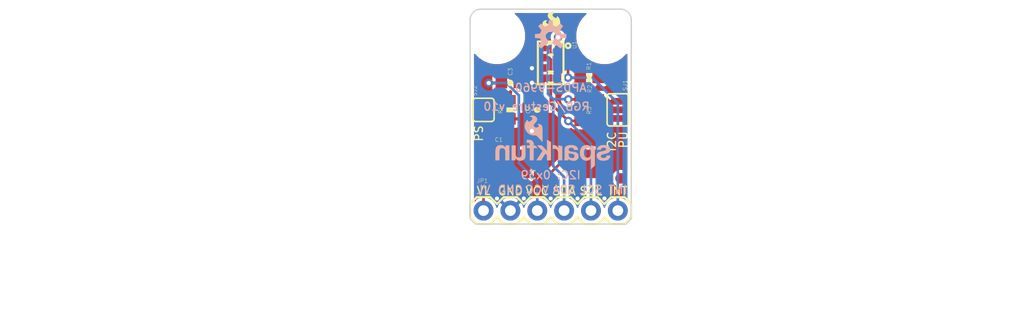
<source format=kicad_pcb>
(kicad_pcb (version 20171130) (host pcbnew 5.1.8-db9833491~88~ubuntu20.04.1)

  (general
    (thickness 1.6)
    (drawings 28)
    (tracks 113)
    (zones 0)
    (modules 19)
    (nets 10)
  )

  (page A4)
  (layers
    (0 Top signal)
    (31 Bottom signal hide)
    (32 B.Adhes user hide)
    (33 F.Adhes user hide)
    (34 B.Paste user hide)
    (35 F.Paste user hide)
    (36 B.SilkS user hide)
    (37 F.SilkS user)
    (38 B.Mask user hide)
    (39 F.Mask user hide)
    (40 Dwgs.User user hide)
    (41 Cmts.User user hide)
    (42 Eco1.User user hide)
    (43 Eco2.User user hide)
    (44 Edge.Cuts user)
    (45 Margin user hide)
    (46 B.CrtYd user hide)
    (47 F.CrtYd user hide)
    (48 B.Fab user hide)
    (49 F.Fab user hide)
  )

  (setup
    (last_trace_width 0.25)
    (trace_clearance 0.2)
    (zone_clearance 0.3048)
    (zone_45_only no)
    (trace_min 0.2)
    (via_size 0.8)
    (via_drill 0.4)
    (via_min_size 0.4)
    (via_min_drill 0.3)
    (uvia_size 0.3)
    (uvia_drill 0.1)
    (uvias_allowed no)
    (uvia_min_size 0.2)
    (uvia_min_drill 0.1)
    (edge_width 0.05)
    (segment_width 0.2)
    (pcb_text_width 0.3)
    (pcb_text_size 1.5 1.5)
    (mod_edge_width 0.12)
    (mod_text_size 1 1)
    (mod_text_width 0.15)
    (pad_size 1.524 1.524)
    (pad_drill 0.762)
    (pad_to_mask_clearance 0)
    (aux_axis_origin 0 0)
    (visible_elements FFFFFF7F)
    (pcbplotparams
      (layerselection 0x010fc_ffffffff)
      (usegerberextensions false)
      (usegerberattributes true)
      (usegerberadvancedattributes true)
      (creategerberjobfile true)
      (excludeedgelayer true)
      (linewidth 0.100000)
      (plotframeref false)
      (viasonmask false)
      (mode 1)
      (useauxorigin false)
      (hpglpennumber 1)
      (hpglpenspeed 20)
      (hpglpendiameter 15.000000)
      (psnegative false)
      (psa4output false)
      (plotreference true)
      (plotvalue true)
      (plotinvisibletext false)
      (padsonsilk false)
      (subtractmaskfromsilk false)
      (outputformat 1)
      (mirror false)
      (drillshape 1)
      (scaleselection 1)
      (outputdirectory ""))
  )

  (net 0 "")
  (net 1 GND)
  (net 2 VCC)
  (net 3 /VL)
  (net 4 /SDA)
  (net 5 /SCL)
  (net 6 /INT)
  (net 7 "Net-(R2-Pad2)")
  (net 8 "Net-(R3-Pad2)")
  (net 9 "Net-(U1-Pad3)")

  (net_class Default "This is the default net class."
    (clearance 0.2)
    (trace_width 0.25)
    (via_dia 0.8)
    (via_drill 0.4)
    (uvia_dia 0.3)
    (uvia_drill 0.1)
    (add_net /INT)
    (add_net /SCL)
    (add_net /SDA)
    (add_net /VL)
    (add_net GND)
    (add_net "Net-(R2-Pad2)")
    (add_net "Net-(R3-Pad2)")
    (add_net "Net-(U1-Pad3)")
    (add_net VCC)
  )

  (module APDS_9960:EIA7343 (layer Top) (tedit 5FDB3C33) (tstamp 5FDB8552)
    (at 134.62 90.8304 180)
    (path /051D5E36)
    (fp_text reference C1 (at 4.9011 2.5136 180) (layer F.SilkS)
      (effects (font (size 0.38608 0.38608) (thickness 0.032512)) (justify top))
    )
    (fp_text value 100uF (at 0.0011 -1.3864 180) (layer F.SilkS) hide
      (effects (font (size 1 1) (thickness 0.1)) (justify top))
    )
    (fp_text user >Name (at -1.27 -1.27) (layer F.SilkS) hide
      (effects (font (size 0.38608 0.38608) (thickness 0.032512)) (justify right bottom))
    )
    (fp_text user >Value (at -1.27 1.27) (layer F.Fab) hide
      (effects (font (size 0.38608 0.38608) (thickness 0.032512)) (justify right bottom))
    )
    (fp_line (start -5 -2.5) (end -2 -2.5) (layer F.Fab) (width 0.2032))
    (fp_line (start -5 -2.5) (end -5 2.5) (layer F.Fab) (width 0.2032))
    (fp_line (start -5 2.5) (end -2 2.5) (layer F.Fab) (width 0.2032))
    (fp_line (start 2 -2.5) (end 4 -2.5) (layer F.Fab) (width 0.2032))
    (fp_line (start 4 -2.5) (end 5 -1.5) (layer F.Fab) (width 0.2032))
    (fp_line (start 5 -1.5) (end 5 1.5) (layer F.Fab) (width 0.2032))
    (fp_line (start 5 1.5) (end 4 2.5) (layer F.Fab) (width 0.2032))
    (fp_line (start 4 2.5) (end 2 2.5) (layer F.Fab) (width 0.2032))
    (pad C smd rect (at -3.17 0) (size 2.55 2.7) (layers Top F.Paste F.Mask)
      (net 1 GND) (solder_mask_margin 0.1016))
    (pad A smd rect (at 3.17 0) (size 2.55 2.7) (layers Top F.Paste F.Mask)
      (net 3 /VL) (solder_mask_margin 0.1016))
    (model ${KIPRJMOD}/3D_models/cap_100uF_T523W107M016APE070.wrl
      (at (xyz 0 0 0))
      (scale (xyz 1 1 1))
      (rotate (xyz 0 0 0))
    )
  )

  (module APDS_9960:0603-CAP (layer Top) (tedit 5FDB28F3) (tstamp 5FDB9055)
    (at 133.35 85.725 270)
    (path /3B1DFF3D)
    (fp_text reference C2 (at 0 1.0795 270) (layer F.SilkS)
      (effects (font (size 0.38608 0.38608) (thickness 0.032512)) (justify top))
    )
    (fp_text value 1.0uF (at 0.0314 -0.5689 270) (layer F.Fab)
      (effects (font (size 0.38608 0.38608) (thickness 0.032512)) (justify top))
    )
    (fp_line (start -1.473 -0.983) (end 1.473 -0.983) (layer Dwgs.User) (width 0.0508))
    (fp_line (start 1.473 -0.983) (end 1.473 0.983) (layer Dwgs.User) (width 0.0508))
    (fp_line (start 1.473 0.983) (end -1.473 0.983) (layer Dwgs.User) (width 0.0508))
    (fp_line (start -1.473 0.983) (end -1.473 -0.983) (layer Dwgs.User) (width 0.0508))
    (fp_line (start -0.356 -0.432) (end 0.356 -0.432) (layer F.Fab) (width 0.1016))
    (fp_line (start -0.356 0.419) (end 0.356 0.419) (layer F.Fab) (width 0.1016))
    (fp_line (start 0 -0.0305) (end 0 0.0305) (layer F.SilkS) (width 0.5588))
    (fp_poly (pts (xy -0.8382 0.4699) (xy -0.3381 0.4699) (xy -0.3381 -0.4801) (xy -0.8382 -0.4801)) (layer F.Fab) (width 0))
    (fp_poly (pts (xy 0.3302 0.4699) (xy 0.8303 0.4699) (xy 0.8303 -0.4801) (xy 0.3302 -0.4801)) (layer F.Fab) (width 0))
    (fp_poly (pts (xy -0.1999 0.3) (xy 0.1999 0.3) (xy 0.1999 -0.3) (xy -0.1999 -0.3)) (layer F.Adhes) (width 0))
    (pad 2 smd rect (at 0.85 0 270) (size 1.1 1) (layers Top F.Paste F.Mask)
      (net 1 GND) (solder_mask_margin 0.1016))
    (pad 1 smd rect (at -0.85 0 270) (size 1.1 1) (layers Top F.Paste F.Mask)
      (net 3 /VL) (solder_mask_margin 0.1016))
    (model ${KIPRJMOD}/3D_models/C_0603_1608Metric.wrl
      (at (xyz 0 0 0))
      (scale (xyz 1 1 1))
      (rotate (xyz 0 0 0))
    )
  )

  (module APDS_9960:0603-CAP (layer Top) (tedit 5FDB28F3) (tstamp 5FDB8570)
    (at 130.81 83.185)
    (path /58F267C5)
    (fp_text reference C3 (at 0.2159 -1.0668 90) (layer F.SilkS)
      (effects (font (size 0.38608 0.38608) (thickness 0.032512)) (justify bottom))
    )
    (fp_text value 1.0uF (at 0.0089 -0.5286) (layer F.Fab)
      (effects (font (size 0.38608 0.38608) (thickness 0.032512)) (justify bottom))
    )
    (fp_line (start -1.473 -0.983) (end 1.473 -0.983) (layer Dwgs.User) (width 0.0508))
    (fp_line (start 1.473 -0.983) (end 1.473 0.983) (layer Dwgs.User) (width 0.0508))
    (fp_line (start 1.473 0.983) (end -1.473 0.983) (layer Dwgs.User) (width 0.0508))
    (fp_line (start -1.473 0.983) (end -1.473 -0.983) (layer Dwgs.User) (width 0.0508))
    (fp_line (start -0.356 -0.432) (end 0.356 -0.432) (layer F.Fab) (width 0.1016))
    (fp_line (start -0.356 0.419) (end 0.356 0.419) (layer F.Fab) (width 0.1016))
    (fp_line (start 0 -0.0305) (end 0 0.0305) (layer F.SilkS) (width 0.5588))
    (fp_poly (pts (xy -0.8382 0.4699) (xy -0.3381 0.4699) (xy -0.3381 -0.4801) (xy -0.8382 -0.4801)) (layer F.Fab) (width 0))
    (fp_poly (pts (xy 0.3302 0.4699) (xy 0.8303 0.4699) (xy 0.8303 -0.4801) (xy 0.3302 -0.4801)) (layer F.Fab) (width 0))
    (fp_poly (pts (xy -0.1999 0.3) (xy 0.1999 0.3) (xy 0.1999 -0.3) (xy -0.1999 -0.3)) (layer F.Adhes) (width 0))
    (pad 2 smd rect (at 0.85 0) (size 1.1 1) (layers Top F.Paste F.Mask)
      (net 1 GND) (solder_mask_margin 0.1016))
    (pad 1 smd rect (at -0.85 0) (size 1.1 1) (layers Top F.Paste F.Mask)
      (net 2 VCC) (solder_mask_margin 0.1016))
    (model ${KIPRJMOD}/3D_models/C_0603_1608Metric.wrl
      (at (xyz 0 0 0))
      (scale (xyz 1 1 1))
      (rotate (xyz 0 0 0))
    )
  )

  (module APDS_9960:FIDUCIAL-1X2 (layer Top) (tedit 0) (tstamp 5FDB857F)
    (at 141.224 92.202)
    (path /DB63CB8D)
    (fp_text reference FID1 (at 0 0) (layer F.SilkS) hide
      (effects (font (size 1.27 1.27) (thickness 0.15)))
    )
    (fp_text value FIDUCIAL1X2 (at 0 0) (layer F.SilkS) hide
      (effects (font (size 1.27 1.27) (thickness 0.15)))
    )
    (pad 1 smd roundrect (at 0 0) (size 1 1) (layers Top F.Mask) (roundrect_rratio 0.5)
      (solder_mask_margin 0.1016))
  )

  (module APDS_9960:FIDUCIAL-1X2 (layer Top) (tedit 0) (tstamp 5FDB8583)
    (at 132.842 77.216)
    (path /E067070F)
    (fp_text reference FID2 (at 0 0) (layer F.SilkS) hide
      (effects (font (size 1.27 1.27) (thickness 0.15)))
    )
    (fp_text value FIDUCIAL1X2 (at 0 0) (layer F.SilkS) hide
      (effects (font (size 1.27 1.27) (thickness 0.15)))
    )
    (pad 1 smd roundrect (at 0 0) (size 1 1) (layers Top F.Mask) (roundrect_rratio 0.5)
      (solder_mask_margin 0.1016))
  )

  (module APDS_9960:CREATIVE_COMMONS (layer Top) (tedit 0) (tstamp 5FDB8587)
    (at 102.87 106.68)
    (path /73DA64C6)
    (fp_text reference FRAME1 (at 0 0) (layer F.SilkS) hide
      (effects (font (size 1.27 1.27) (thickness 0.15)))
    )
    (fp_text value FRAME-LETTER (at 0 0) (layer F.SilkS) hide
      (effects (font (size 1.27 1.27) (thickness 0.15)))
    )
    (fp_text user "Designed by:" (at 11.43 0) (layer F.Fab)
      (effects (font (size 1.6891 1.6891) (thickness 0.14224)) (justify left bottom))
    )
    (fp_text user " https://creativecommons.org/licenses/by-sa/4.0/" (at 0 -2.54) (layer F.Fab)
      (effects (font (size 1.6891 1.6891) (thickness 0.14224)) (justify left bottom))
    )
    (fp_text user "Released under the Creative Commons Attribution Share-Alike 4.0 License" (at -20.32 -5.08) (layer F.Fab)
      (effects (font (size 1.6891 1.6891) (thickness 0.14224)) (justify left bottom))
    )
  )

  (module APDS_9960:1X06 (layer Top) (tedit 0) (tstamp 5FDB858D)
    (at 128.27 95.25)
    (path /2F430EF2)
    (fp_text reference JP1 (at -0.6511 -2.5936) (layer F.SilkS)
      (effects (font (size 0.38608 0.38608) (thickness 0.032512)) (justify left bottom))
    )
    (fp_text value M06SIP (at -1.1511 -1.7936) (layer F.Fab)
      (effects (font (size 1.2065 1.2065) (thickness 0.1016)) (justify left bottom))
    )
    (fp_line (start 13.97 -0.635) (end 13.97 0.635) (layer F.SilkS) (width 0.2032))
    (fp_line (start 0.635 1.27) (end -0.635 1.27) (layer F.SilkS) (width 0.2032))
    (fp_line (start -1.27 0.635) (end -0.635 1.27) (layer F.SilkS) (width 0.2032))
    (fp_line (start 1.905 1.27) (end 1.27 0.635) (layer F.SilkS) (width 0.2032))
    (fp_line (start 3.175 1.27) (end 1.905 1.27) (layer F.SilkS) (width 0.2032))
    (fp_line (start 3.81 0.635) (end 3.175 1.27) (layer F.SilkS) (width 0.2032))
    (fp_line (start 1.27 0.635) (end 0.635 1.27) (layer F.SilkS) (width 0.2032))
    (fp_line (start 8.255 1.27) (end 6.985 1.27) (layer F.SilkS) (width 0.2032))
    (fp_line (start 6.35 0.635) (end 6.985 1.27) (layer F.SilkS) (width 0.2032))
    (fp_line (start 4.445 1.27) (end 3.81 0.635) (layer F.SilkS) (width 0.2032))
    (fp_line (start 5.715 1.27) (end 4.445 1.27) (layer F.SilkS) (width 0.2032))
    (fp_line (start 6.35 0.635) (end 5.715 1.27) (layer F.SilkS) (width 0.2032))
    (fp_line (start 9.525 1.27) (end 8.89 0.635) (layer F.SilkS) (width 0.2032))
    (fp_line (start 10.795 1.27) (end 9.525 1.27) (layer F.SilkS) (width 0.2032))
    (fp_line (start 11.43 0.635) (end 10.795 1.27) (layer F.SilkS) (width 0.2032))
    (fp_line (start 8.89 0.635) (end 8.255 1.27) (layer F.SilkS) (width 0.2032))
    (fp_line (start 12.065 1.27) (end 11.43 0.635) (layer F.SilkS) (width 0.2032))
    (fp_line (start 13.335 1.27) (end 12.065 1.27) (layer F.SilkS) (width 0.2032))
    (fp_line (start 13.97 0.635) (end 13.335 1.27) (layer F.SilkS) (width 0.2032))
    (fp_line (start -0.635 -1.27) (end -1.27 -0.635) (layer F.SilkS) (width 0.2032))
    (fp_line (start -1.27 -0.635) (end -1.27 0.635) (layer F.SilkS) (width 0.2032))
    (fp_line (start 3.175 -1.27) (end 3.81 -0.635) (layer F.SilkS) (width 0.2032))
    (fp_line (start 1.905 -1.27) (end 3.175 -1.27) (layer F.SilkS) (width 0.2032))
    (fp_line (start 1.27 -0.635) (end 1.905 -1.27) (layer F.SilkS) (width 0.2032))
    (fp_line (start 0.635 -1.27) (end 1.27 -0.635) (layer F.SilkS) (width 0.2032))
    (fp_line (start -0.635 -1.27) (end 0.635 -1.27) (layer F.SilkS) (width 0.2032))
    (fp_line (start 6.985 -1.27) (end 6.35 -0.635) (layer F.SilkS) (width 0.2032))
    (fp_line (start 5.715 -1.27) (end 6.35 -0.635) (layer F.SilkS) (width 0.2032))
    (fp_line (start 4.445 -1.27) (end 5.715 -1.27) (layer F.SilkS) (width 0.2032))
    (fp_line (start 3.81 -0.635) (end 4.445 -1.27) (layer F.SilkS) (width 0.2032))
    (fp_line (start 10.795 -1.27) (end 11.43 -0.635) (layer F.SilkS) (width 0.2032))
    (fp_line (start 9.525 -1.27) (end 10.795 -1.27) (layer F.SilkS) (width 0.2032))
    (fp_line (start 8.89 -0.635) (end 9.525 -1.27) (layer F.SilkS) (width 0.2032))
    (fp_line (start 8.255 -1.27) (end 8.89 -0.635) (layer F.SilkS) (width 0.2032))
    (fp_line (start 6.985 -1.27) (end 8.255 -1.27) (layer F.SilkS) (width 0.2032))
    (fp_line (start 13.335 -1.27) (end 13.97 -0.635) (layer F.SilkS) (width 0.2032))
    (fp_line (start 12.065 -1.27) (end 13.335 -1.27) (layer F.SilkS) (width 0.2032))
    (fp_line (start 11.43 -0.635) (end 12.065 -1.27) (layer F.SilkS) (width 0.2032))
    (fp_poly (pts (xy -0.254 0.254) (xy 0.254 0.254) (xy 0.254 -0.254) (xy -0.254 -0.254)) (layer F.Fab) (width 0))
    (fp_poly (pts (xy 2.286 0.254) (xy 2.794 0.254) (xy 2.794 -0.254) (xy 2.286 -0.254)) (layer F.Fab) (width 0))
    (fp_poly (pts (xy 4.826 0.254) (xy 5.334 0.254) (xy 5.334 -0.254) (xy 4.826 -0.254)) (layer F.Fab) (width 0))
    (fp_poly (pts (xy 7.366 0.254) (xy 7.874 0.254) (xy 7.874 -0.254) (xy 7.366 -0.254)) (layer F.Fab) (width 0))
    (fp_poly (pts (xy 9.906 0.254) (xy 10.414 0.254) (xy 10.414 -0.254) (xy 9.906 -0.254)) (layer F.Fab) (width 0))
    (fp_poly (pts (xy 12.446 0.254) (xy 12.954 0.254) (xy 12.954 -0.254) (xy 12.446 -0.254)) (layer F.Fab) (width 0))
    (pad 6 thru_hole circle (at 12.7 0 90) (size 1.8796 1.8796) (drill 1.016) (layers *.Cu *.Mask)
      (net 6 /INT) (solder_mask_margin 0.1016))
    (pad 5 thru_hole circle (at 10.16 0 90) (size 1.8796 1.8796) (drill 1.016) (layers *.Cu *.Mask)
      (net 5 /SCL) (solder_mask_margin 0.1016))
    (pad 4 thru_hole circle (at 7.62 0 90) (size 1.8796 1.8796) (drill 1.016) (layers *.Cu *.Mask)
      (net 4 /SDA) (solder_mask_margin 0.1016))
    (pad 3 thru_hole circle (at 5.08 0 90) (size 1.8796 1.8796) (drill 1.016) (layers *.Cu *.Mask)
      (net 2 VCC) (solder_mask_margin 0.1016))
    (pad 2 thru_hole circle (at 2.54 0 90) (size 1.8796 1.8796) (drill 1.016) (layers *.Cu *.Mask)
      (net 1 GND) (solder_mask_margin 0.1016))
    (pad 1 thru_hole circle (at 0 0 90) (size 1.8796 1.8796) (drill 1.016) (layers *.Cu *.Mask)
      (net 3 /VL) (solder_mask_margin 0.1016))
  )

  (module APDS_9960:SFE_LOGO_NAME_FLAME_.1 (layer Bottom) (tedit 0) (tstamp 5FDB85C2)
    (at 140.716 91.44 180)
    (path /8712EDD9)
    (fp_text reference LOGO1 (at 0 0) (layer B.SilkS) hide
      (effects (font (size 1.27 1.27) (thickness 0.15)) (justify mirror))
    )
    (fp_text value SFE_LOGO_FLAME.1_INCH (at 0 0) (layer B.SilkS) hide
      (effects (font (size 1.27 1.27) (thickness 0.15)) (justify mirror))
    )
    (fp_poly (pts (xy 8.25 4.78) (xy 8.25 4.76) (xy 8.25 4.73) (xy 8.25 4.7)
      (xy 8.24 4.67) (xy 8.23 4.64) (xy 8.2 4.62) (xy 8.17 4.61)
      (xy 8.14 4.61) (xy 8.1 4.61) (xy 8.06 4.63) (xy 8.02 4.65)
      (xy 7.99 4.67) (xy 7.95 4.7) (xy 7.92 4.72) (xy 7.89 4.75)
      (xy 7.87 4.79) (xy 7.85 4.82) (xy 7.84 4.86) (xy 7.83 4.89)
      (xy 7.84 4.92) (xy 7.85 4.94) (xy 7.86 4.97) (xy 7.88 5)
      (xy 7.92 5.03) (xy 7.96 5.05) (xy 8.01 5.06) (xy 8.05 5.07)
      (xy 8.08 5.07) (xy 8.11 5.06) (xy 8.13 5.06) (xy 8.14 5.06)
      (xy 8.13 5.07) (xy 8.09 5.1) (xy 8.03 5.13) (xy 7.95 5.16)
      (xy 7.86 5.19) (xy 7.76 5.19) (xy 7.65 5.17) (xy 7.54 5.11)
      (xy 7.45 5.03) (xy 7.4 4.96) (xy 7.37 4.87) (xy 7.37 4.79)
      (xy 7.39 4.7) (xy 7.44 4.61) (xy 7.51 4.53) (xy 7.59 4.44)
      (xy 7.66 4.36) (xy 7.69 4.29) (xy 7.69 4.22) (xy 7.67 4.16)
      (xy 7.63 4.11) (xy 7.57 4.07) (xy 7.49 4.05) (xy 7.41 4.05)
      (xy 7.36 4.06) (xy 7.31 4.08) (xy 7.28 4.1) (xy 7.25 4.13)
      (xy 7.23 4.17) (xy 7.22 4.2) (xy 7.22 4.23) (xy 7.23 4.26)
      (xy 7.25 4.29) (xy 7.27 4.31) (xy 7.29 4.33) (xy 7.32 4.34)
      (xy 7.34 4.35) (xy 7.36 4.36) (xy 7.37 4.37) (xy 7.35 4.38)
      (xy 7.33 4.38) (xy 7.29 4.39) (xy 7.25 4.39) (xy 7.21 4.39)
      (xy 7.15 4.38) (xy 7.1 4.36) (xy 7.05 4.34) (xy 7.01 4.31)
      (xy 6.96 4.28) (xy 6.93 4.23) (xy 6.9 4.17) (xy 6.88 4.11)
      (xy 6.87 4.02) (xy 6.86 3.93) (xy 6.86 3.77) (xy 6.86 3.61)
      (xy 6.86 3.45) (xy 6.86 3.29) (xy 6.86 3.13) (xy 6.86 2.97)
      (xy 6.86 2.81) (xy 6.86 2.65) (xy 6.87 2.65) (xy 6.89 2.68)
      (xy 6.92 2.71) (xy 6.95 2.75) (xy 7 2.8) (xy 7.05 2.86)
      (xy 7.11 2.92) (xy 7.16 2.99) (xy 7.23 3.06) (xy 7.29 3.12)
      (xy 7.34 3.18) (xy 7.39 3.22) (xy 7.44 3.26) (xy 7.49 3.29)
      (xy 7.55 3.3) (xy 7.62 3.3) (xy 7.74 3.3) (xy 7.86 3.32)
      (xy 7.97 3.35) (xy 8.07 3.39) (xy 8.17 3.45) (xy 8.25 3.52)
      (xy 8.33 3.6) (xy 8.4 3.69) (xy 8.5 3.87) (xy 8.55 4.05)
      (xy 8.56 4.23) (xy 8.53 4.39) (xy 8.48 4.53) (xy 8.41 4.65)
      (xy 8.33 4.74)) (layer B.SilkS) (width 0))
    (fp_poly (pts (xy 10 2.36) (xy 10.05 2.36) (xy 10.1 2.36) (xy 10.14 2.36)
      (xy 10.19 2.36) (xy 10.23 2.36) (xy 10.28 2.36) (xy 10.33 2.36)
      (xy 10.37 2.36) (xy 10.37 2.33) (xy 10.37 2.31) (xy 10.37 2.28)
      (xy 10.37 2.26) (xy 10.37 2.23) (xy 10.37 2.21) (xy 10.37 2.18)
      (xy 10.37 2.16) (xy 10.38 2.16) (xy 10.42 2.22) (xy 10.46 2.26)
      (xy 10.51 2.3) (xy 10.57 2.34) (xy 10.63 2.36) (xy 10.69 2.38)
      (xy 10.75 2.39) (xy 10.81 2.39) (xy 10.95 2.38) (xy 11.06 2.35)
      (xy 11.15 2.3) (xy 11.22 2.23) (xy 11.27 2.15) (xy 11.3 2.05)
      (xy 11.32 1.94) (xy 11.33 1.81) (xy 11.33 1.7) (xy 11.33 1.59)
      (xy 11.33 1.49) (xy 11.33 1.38) (xy 11.33 1.27) (xy 11.33 1.16)
      (xy 11.33 1.05) (xy 11.33 0.94) (xy 11.28 0.94) (xy 11.23 0.94)
      (xy 11.18 0.94) (xy 11.13 0.94) (xy 11.08 0.94) (xy 11.03 0.94)
      (xy 10.99 0.94) (xy 10.94 0.94) (xy 10.94 1.04) (xy 10.94 1.14)
      (xy 10.94 1.24) (xy 10.94 1.34) (xy 10.94 1.44) (xy 10.94 1.54)
      (xy 10.94 1.64) (xy 10.94 1.74) (xy 10.93 1.82) (xy 10.92 1.89)
      (xy 10.91 1.95) (xy 10.88 2) (xy 10.85 2.04) (xy 10.8 2.07)
      (xy 10.75 2.08) (xy 10.69 2.09) (xy 10.61 2.08) (xy 10.55 2.07)
      (xy 10.5 2.04) (xy 10.46 1.99) (xy 10.43 1.94) (xy 10.4 1.87)
      (xy 10.39 1.78) (xy 10.39 1.68) (xy 10.39 1.59) (xy 10.39 1.5)
      (xy 10.39 1.41) (xy 10.39 1.31) (xy 10.39 1.22) (xy 10.39 1.13)
      (xy 10.39 1.03) (xy 10.39 0.94) (xy 10.34 0.94) (xy 10.29 0.94)
      (xy 10.24 0.94) (xy 10.19 0.94) (xy 10.14 0.94) (xy 10.1 0.94)
      (xy 10.05 0.94) (xy 10 0.94) (xy 10 1.12) (xy 10 1.3)
      (xy 10 1.47) (xy 10 1.65) (xy 10 1.83) (xy 10 2)
      (xy 10 2.18)) (layer B.SilkS) (width 0))
    (fp_poly (pts (xy 9.79 0.94) (xy 9.74 0.94) (xy 9.7 0.94) (xy 9.65 0.94)
      (xy 9.6 0.94) (xy 9.56 0.94) (xy 9.51 0.94) (xy 9.47 0.94)
      (xy 9.42 0.94) (xy 9.42 0.97) (xy 9.42 0.99) (xy 9.42 1.02)
      (xy 9.42 1.04) (xy 9.42 1.06) (xy 9.42 1.09) (xy 9.42 1.11)
      (xy 9.42 1.14) (xy 9.41 1.14) (xy 9.37 1.08) (xy 9.33 1.03)
      (xy 9.28 0.99) (xy 9.22 0.96) (xy 9.17 0.94) (xy 9.11 0.92)
      (xy 9.04 0.91) (xy 8.98 0.9) (xy 8.84 0.91) (xy 8.73 0.95)
      (xy 8.64 1) (xy 8.57 1.06) (xy 8.52 1.15) (xy 8.49 1.25)
      (xy 8.47 1.36) (xy 8.47 1.49) (xy 8.47 1.59) (xy 8.47 1.7)
      (xy 8.47 1.81) (xy 8.47 1.92) (xy 8.47 2.03) (xy 8.47 2.14)
      (xy 8.47 2.25) (xy 8.47 2.36) (xy 8.51 2.36) (xy 8.56 2.36)
      (xy 8.61 2.36) (xy 8.66 2.36) (xy 8.71 2.36) (xy 8.76 2.36)
      (xy 8.81 2.36) (xy 8.85 2.36) (xy 8.85 2.26) (xy 8.85 2.16)
      (xy 8.85 2.06) (xy 8.85 1.96) (xy 8.85 1.86) (xy 8.85 1.76)
      (xy 8.85 1.66) (xy 8.85 1.56) (xy 8.86 1.48) (xy 8.87 1.4)
      (xy 8.88 1.34) (xy 8.91 1.3) (xy 8.94 1.26) (xy 8.99 1.23)
      (xy 9.04 1.22) (xy 9.1 1.21) (xy 9.18 1.22) (xy 9.24 1.23)
      (xy 9.29 1.26) (xy 9.33 1.3) (xy 9.36 1.36) (xy 9.39 1.43)
      (xy 9.4 1.51) (xy 9.4 1.61) (xy 9.4 1.71) (xy 9.4 1.8)
      (xy 9.4 1.89) (xy 9.4 1.98) (xy 9.4 2.08) (xy 9.4 2.17)
      (xy 9.4 2.26) (xy 9.4 2.36) (xy 9.45 2.36) (xy 9.5 2.36)
      (xy 9.55 2.36) (xy 9.6 2.36) (xy 9.65 2.36) (xy 9.7 2.36)
      (xy 9.74 2.36) (xy 9.79 2.36) (xy 9.79 2.18) (xy 9.79 2)
      (xy 9.79 1.83) (xy 9.79 1.65) (xy 9.79 1.47) (xy 9.79 1.29)
      (xy 9.79 1.12)) (layer B.SilkS) (width 0))
    (fp_poly (pts (xy 7.7 2.1) (xy 7.65 2.1) (xy 7.6 2.1) (xy 7.55 2.1)
      (xy 7.51 2.1) (xy 7.46 2.1) (xy 7.41 2.1) (xy 7.36 2.1)
      (xy 7.31 2.1) (xy 7.35 2.13) (xy 7.38 2.16) (xy 7.41 2.19)
      (xy 7.45 2.23) (xy 7.48 2.26) (xy 7.51 2.29) (xy 7.55 2.32)
      (xy 7.58 2.36) (xy 7.59 2.36) (xy 7.61 2.36) (xy 7.62 2.36)
      (xy 7.64 2.36) (xy 7.65 2.36) (xy 7.67 2.36) (xy 7.68 2.36)
      (xy 7.7 2.36) (xy 7.7 2.37) (xy 7.7 2.38) (xy 7.7 2.4)
      (xy 7.7 2.41) (xy 7.7 2.42) (xy 7.7 2.44) (xy 7.7 2.45)
      (xy 7.7 2.46) (xy 7.7 2.56) (xy 7.73 2.64) (xy 7.76 2.71)
      (xy 7.81 2.77) (xy 7.88 2.82) (xy 7.96 2.86) (xy 8.06 2.89)
      (xy 8.17 2.89) (xy 8.2 2.89) (xy 8.22 2.89) (xy 8.25 2.89)
      (xy 8.27 2.89) (xy 8.3 2.89) (xy 8.32 2.89) (xy 8.35 2.89)
      (xy 8.37 2.88) (xy 8.37 2.85) (xy 8.37 2.81) (xy 8.37 2.78)
      (xy 8.37 2.74) (xy 8.37 2.7) (xy 8.37 2.67) (xy 8.37 2.63)
      (xy 8.37 2.6) (xy 8.36 2.6) (xy 8.34 2.6) (xy 8.32 2.6)
      (xy 8.3 2.6) (xy 8.29 2.6) (xy 8.27 2.6) (xy 8.25 2.6)
      (xy 8.23 2.6) (xy 8.2 2.6) (xy 8.16 2.59) (xy 8.14 2.58)
      (xy 8.12 2.57) (xy 8.1 2.54) (xy 8.09 2.52) (xy 8.09 2.48)
      (xy 8.08 2.44) (xy 8.08 2.43) (xy 8.08 2.42) (xy 8.08 2.41)
      (xy 8.08 2.4) (xy 8.08 2.39) (xy 8.08 2.38) (xy 8.08 2.37)
      (xy 8.08 2.36) (xy 8.12 2.36) (xy 8.15 2.36) (xy 8.19 2.36)
      (xy 8.22 2.36) (xy 8.25 2.36) (xy 8.29 2.36) (xy 8.32 2.36)
      (xy 8.35 2.36) (xy 8.35 2.32) (xy 8.35 2.29) (xy 8.35 2.26)
      (xy 8.35 2.23) (xy 8.35 2.19) (xy 8.35 2.16) (xy 8.35 2.13)
      (xy 8.35 2.1) (xy 8.32 2.1) (xy 8.29 2.1) (xy 8.25 2.1)
      (xy 8.22 2.1) (xy 8.19 2.1) (xy 8.15 2.1) (xy 8.12 2.1)
      (xy 8.08 2.1) (xy 8.08 1.95) (xy 8.08 1.81) (xy 8.08 1.66)
      (xy 8.08 1.52) (xy 8.08 1.37) (xy 8.08 1.23) (xy 8.08 1.09)
      (xy 8.08 0.94) (xy 8.04 0.94) (xy 7.99 0.94) (xy 7.94 0.94)
      (xy 7.89 0.94) (xy 7.84 0.94) (xy 7.79 0.94) (xy 7.74 0.94)
      (xy 7.7 0.94) (xy 7.7 1.09) (xy 7.7 1.23) (xy 7.7 1.37)
      (xy 7.7 1.52) (xy 7.7 1.66) (xy 7.7 1.81) (xy 7.7 1.95)) (layer B.SilkS) (width 0))
    (fp_poly (pts (xy 6.06 2.68) (xy 6.45 2.89) (xy 6.45 1.85) (xy 6.94 2.36)
      (xy 7.4 2.36) (xy 6.87 1.84) (xy 7.46 0.94) (xy 6.99 0.94)
      (xy 6.6 1.57) (xy 6.45 1.43) (xy 6.45 0.94) (xy 6.06 0.94)) (layer B.SilkS) (width 0))
    (fp_poly (pts (xy 5 2.29) (xy 5.05 2.3) (xy 5.09 2.31) (xy 5.14 2.31)
      (xy 5.19 2.32) (xy 5.23 2.33) (xy 5.28 2.34) (xy 5.33 2.35)
      (xy 5.37 2.36) (xy 5.37 2.32) (xy 5.37 2.29) (xy 5.37 2.26)
      (xy 5.37 2.22) (xy 5.37 2.19) (xy 5.37 2.16) (xy 5.37 2.13)
      (xy 5.37 2.09) (xy 5.41 2.16) (xy 5.45 2.21) (xy 5.5 2.27)
      (xy 5.55 2.31) (xy 5.62 2.35) (xy 5.68 2.37) (xy 5.75 2.39)
      (xy 5.83 2.39) (xy 5.84 2.39) (xy 5.85 2.39) (xy 5.86 2.39)
      (xy 5.87 2.39) (xy 5.88 2.39) (xy 5.89 2.39) (xy 5.9 2.38)
      (xy 5.91 2.38) (xy 5.91 2.33) (xy 5.91 2.29) (xy 5.91 2.24)
      (xy 5.91 2.2) (xy 5.91 2.15) (xy 5.91 2.11) (xy 5.91 2.06)
      (xy 5.91 2.02) (xy 5.9 2.02) (xy 5.88 2.03) (xy 5.86 2.03)
      (xy 5.84 2.03) (xy 5.83 2.03) (xy 5.81 2.03) (xy 5.79 2.03)
      (xy 5.77 2.03) (xy 5.67 2.02) (xy 5.59 2) (xy 5.52 1.96)
      (xy 5.47 1.9) (xy 5.43 1.83) (xy 5.41 1.76) (xy 5.39 1.67)
      (xy 5.39 1.58) (xy 5.39 1.5) (xy 5.39 1.42) (xy 5.39 1.34)
      (xy 5.39 1.26) (xy 5.39 1.18) (xy 5.39 1.1) (xy 5.39 1.02)
      (xy 5.39 0.94) (xy 5.34 0.94) (xy 5.29 0.94) (xy 5.24 0.94)
      (xy 5.19 0.94) (xy 5.14 0.94) (xy 5.1 0.94) (xy 5.05 0.94)
      (xy 5 0.94) (xy 5 1.11) (xy 5 1.28) (xy 5 1.45)
      (xy 5 1.62) (xy 5 1.78) (xy 5 1.95) (xy 5 2.12)) (layer B.SilkS) (width 0))
    (fp_poly (pts (xy 4.01 1.54) (xy 3.98 1.53) (xy 3.96 1.52) (xy 3.95 1.51)
      (xy 3.93 1.5) (xy 3.91 1.49) (xy 3.9 1.48) (xy 3.88 1.47)
      (xy 3.87 1.45) (xy 3.86 1.43) (xy 3.85 1.41) (xy 3.85 1.39)
      (xy 3.84 1.37) (xy 3.84 1.34) (xy 3.84 1.32) (xy 3.85 1.29)
      (xy 3.85 1.27) (xy 3.86 1.25) (xy 3.87 1.24) (xy 3.88 1.22)
      (xy 3.9 1.21) (xy 3.91 1.2) (xy 3.93 1.19) (xy 3.95 1.18)
      (xy 3.97 1.18) (xy 3.99 1.17) (xy 4.01 1.17) (xy 4.03 1.16)
      (xy 4.06 1.16) (xy 4.08 1.16) (xy 4.13 1.17) (xy 4.18 1.17)
      (xy 4.22 1.19) (xy 4.26 1.2) (xy 4.29 1.22) (xy 4.31 1.24)
      (xy 4.33 1.27) (xy 4.35 1.29) (xy 4.36 1.32) (xy 4.37 1.35)
      (xy 4.38 1.37) (xy 4.39 1.4) (xy 4.39 1.43) (xy 4.39 1.45)
      (xy 4.39 1.47) (xy 4.39 1.49) (xy 4.39 1.5) (xy 4.39 1.51)
      (xy 4.39 1.52) (xy 4.39 1.53) (xy 4.39 1.54) (xy 4.39 1.55)
      (xy 4.39 1.56) (xy 4.39 1.57) (xy 4.39 1.58) (xy 4.39 1.59)
      (xy 4.39 1.6) (xy 4.39 1.61) (xy 4.39 1.62) (xy 4.39 1.63)
      (xy 4.38 1.62) (xy 4.37 1.61) (xy 4.35 1.61) (xy 4.33 1.6)
      (xy 4.31 1.59) (xy 4.29 1.59) (xy 4.27 1.58) (xy 4.25 1.58)
      (xy 4.23 1.58) (xy 4.18 1.78) (xy 4.25 1.8) (xy 4.31 1.82)
      (xy 4.36 1.85) (xy 4.39 1.89) (xy 4.39 1.94) (xy 4.39 1.97)
      (xy 4.39 2) (xy 4.38 2.02) (xy 4.37 2.04) (xy 4.36 2.06)
      (xy 4.35 2.07) (xy 4.34 2.09) (xy 4.32 2.1) (xy 4.3 2.11)
      (xy 4.28 2.12) (xy 4.26 2.12) (xy 4.24 2.13) (xy 4.22 2.13)
      (xy 4.19 2.13) (xy 4.17 2.13) (xy 4.14 2.13) (xy 4.12 2.13)
      (xy 4.09 2.13) (xy 4.06 2.13) (xy 4.04 2.12) (xy 4.02 2.11)
      (xy 4 2.1) (xy 3.98 2.09) (xy 3.96 2.08) (xy 3.95 2.07)
      (xy 3.93 2.05) (xy 3.92 2.04) (xy 3.91 2.02) (xy 3.9 1.99)
      (xy 3.89 1.97) (xy 3.89 1.95) (xy 3.89 1.92) (xy 3.86 1.92)
      (xy 3.84 1.92) (xy 3.81 1.92) (xy 3.79 1.92) (xy 3.76 1.92)
      (xy 3.74 1.92) (xy 3.72 1.92) (xy 3.69 1.92) (xy 3.67 1.92)
      (xy 3.64 1.92) (xy 3.62 1.92) (xy 3.59 1.92) (xy 3.57 1.92)
      (xy 3.55 1.92) (xy 3.52 1.92) (xy 3.5 1.92) (xy 3.51 1.98)
      (xy 3.52 2.04) (xy 3.54 2.1) (xy 3.57 2.14) (xy 3.6 2.19)
      (xy 3.63 2.23) (xy 3.67 2.26) (xy 3.72 2.29) (xy 3.77 2.32)
      (xy 3.82 2.34) (xy 3.87 2.35) (xy 3.93 2.37) (xy 3.99 2.38)
      (xy 4.04 2.39) (xy 4.1 2.39) (xy 4.16 2.39) (xy 4.22 2.39)
      (xy 4.27 2.39) (xy 4.32 2.38) (xy 4.38 2.38) (xy 4.43 2.37)
      (xy 4.48 2.35) (xy 4.53 2.34) (xy 4.58 2.32) (xy 4.62 2.29)
      (xy 4.66 2.26) (xy 4.7 2.23) (xy 4.73 2.19) (xy 4.75 2.15)
      (xy 4.77 2.1) (xy 4.78 2.05) (xy 4.78 1.99) (xy 4.78 1.94)
      (xy 4.78 1.9) (xy 4.78 1.85) (xy 4.78 1.8) (xy 4.78 1.76)
      (xy 4.78 1.71) (xy 4.78 1.67) (xy 4.78 1.62) (xy 4.78 1.57)
      (xy 4.78 1.53) (xy 4.78 1.48) (xy 4.78 1.44) (xy 4.78 1.39)
      (xy 4.78 1.34) (xy 4.78 1.3) (xy 4.78 1.25) (xy 4.78 1.23)
      (xy 4.78 1.2) (xy 4.78 1.18) (xy 4.79 1.16) (xy 4.79 1.13)
      (xy 4.79 1.11) (xy 4.79 1.09) (xy 4.79 1.07) (xy 4.8 1.05)
      (xy 4.8 1.03) (xy 4.81 1.01) (xy 4.81 0.99) (xy 4.81 0.98)
      (xy 4.82 0.96) (xy 4.83 0.95) (xy 4.83 0.94) (xy 4.81 0.94)
      (xy 4.78 0.94) (xy 4.76 0.94) (xy 4.73 0.94) (xy 4.71 0.94)
      (xy 4.68 0.94) (xy 4.66 0.94) (xy 4.64 0.94) (xy 4.61 0.94)
      (xy 4.59 0.94) (xy 4.56 0.94) (xy 4.54 0.94) (xy 4.51 0.94)
      (xy 4.49 0.94) (xy 4.46 0.94) (xy 4.44 0.94) (xy 4.44 0.95)
      (xy 4.43 0.96) (xy 4.43 0.97) (xy 4.42 0.98) (xy 4.42 0.99)
      (xy 4.42 1) (xy 4.42 1.01) (xy 4.41 1.02) (xy 4.41 1.03)
      (xy 4.41 1.04) (xy 4.41 1.05) (xy 4.41 1.06) (xy 4.41 1.07)
      (xy 4.41 1.08) (xy 4.39 1.05) (xy 4.36 1.03) (xy 4.34 1.01)
      (xy 4.31 0.99) (xy 4.28 0.98) (xy 4.25 0.96) (xy 4.22 0.95)
      (xy 4.19 0.94) (xy 4.16 0.93) (xy 4.13 0.92) (xy 4.1 0.92)
      (xy 4.07 0.91) (xy 4.03 0.91) (xy 4 0.9) (xy 3.97 0.9)
      (xy 3.94 0.9) (xy 3.89 0.9) (xy 3.84 0.91) (xy 3.79 0.91)
      (xy 3.75 0.92) (xy 3.7 0.94) (xy 3.66 0.96) (xy 3.63 0.98)
      (xy 3.59 1) (xy 3.56 1.03) (xy 3.54 1.06) (xy 3.51 1.1)
      (xy 3.49 1.13) (xy 3.48 1.18) (xy 3.46 1.22) (xy 3.46 1.27)
      (xy 3.45 1.32) (xy 3.47 1.43) (xy 3.5 1.52) (xy 3.54 1.59)
      (xy 3.61 1.65) (xy 3.68 1.69) (xy 3.76 1.72) (xy 3.84 1.74)
      (xy 3.93 1.75)) (layer B.SilkS) (width 0))
    (fp_poly (pts (xy 3.93 1.75) (xy 4.02 1.76) (xy 4.11 1.77) (xy 4.18 1.78)
      (xy 4.23 1.58) (xy 4.21 1.57) (xy 4.19 1.57) (xy 4.16 1.56)
      (xy 4.14 1.56) (xy 4.12 1.56) (xy 4.09 1.55) (xy 4.07 1.55)
      (xy 4.05 1.55) (xy 4.03 1.54) (xy 4.01 1.54)) (layer B.SilkS) (width 0))
    (fp_poly (pts (xy 3.25 1.24) (xy 3.19 1.13) (xy 3.1 1.04) (xy 2.99 0.96)
      (xy 2.87 0.92) (xy 2.72 0.9) (xy 2.66 0.91) (xy 2.6 0.92)
      (xy 2.54 0.93) (xy 2.48 0.96) (xy 2.43 0.99) (xy 2.38 1.02)
      (xy 2.34 1.07) (xy 2.3 1.12) (xy 2.29 1.12) (xy 2.29 0.99)
      (xy 2.29 0.86) (xy 2.29 0.74) (xy 2.29 0.61) (xy 2.29 0.48)
      (xy 2.29 0.35) (xy 2.29 0.23) (xy 2.29 0.1) (xy 2.25 0.14)
      (xy 2.2 0.19) (xy 2.15 0.23) (xy 2.1 0.27) (xy 2.05 0.31)
      (xy 2 0.36) (xy 1.96 0.4) (xy 1.91 0.44) (xy 1.91 0.68)
      (xy 1.91 0.91) (xy 1.91 1.14) (xy 1.91 1.37) (xy 1.91 1.6)
      (xy 1.91 1.83) (xy 1.91 2.06) (xy 1.91 2.29) (xy 1.95 2.3)
      (xy 2 2.31) (xy 2.05 2.31) (xy 2.09 2.32) (xy 2.14 2.33)
      (xy 2.18 2.34) (xy 2.23 2.35) (xy 2.28 2.36) (xy 2.28 2.33)
      (xy 2.28 2.31) (xy 2.28 2.29) (xy 2.28 2.27) (xy 2.28 2.24)
      (xy 2.28 2.22) (xy 2.28 2.2) (xy 2.28 2.18) (xy 2.32 2.23)
      (xy 2.36 2.27) (xy 2.41 2.31) (xy 2.46 2.34) (xy 2.51 2.37)
      (xy 2.57 2.38) (xy 2.63 2.39) (xy 2.7 2.39) (xy 2.85 2.38)
      (xy 2.99 2.33) (xy 3.1 2.26) (xy 3.19 2.16) (xy 3.26 2.05)
      (xy 3.3 1.92) (xy 3.33 1.78) (xy 3.34 1.63) (xy 2.95 1.64)
      (xy 2.95 1.73) (xy 2.94 1.81) (xy 2.91 1.89) (xy 2.88 1.96)
      (xy 2.83 2.02) (xy 2.77 2.06) (xy 2.7 2.09) (xy 2.61 2.1)
      (xy 2.53 2.09) (xy 2.45 2.06) (xy 2.4 2.02) (xy 2.35 1.96)
      (xy 2.32 1.89) (xy 2.29 1.81) (xy 2.28 1.73) (xy 2.28 1.64)
      (xy 2.28 1.56) (xy 2.3 1.48) (xy 2.32 1.4) (xy 2.35 1.33)
      (xy 2.4 1.28) (xy 2.46 1.23) (xy 2.53 1.21) (xy 2.62 1.2)
      (xy 2.7 1.21) (xy 2.78 1.23) (xy 2.84 1.28) (xy 2.88 1.33)
      (xy 2.91 1.4)) (layer B.SilkS) (width 0))
    (fp_poly (pts (xy 2.91 1.4) (xy 2.94 1.48) (xy 2.95 1.56) (xy 2.95 1.64)
      (xy 3.34 1.63) (xy 3.33 1.49) (xy 3.3 1.36) (xy 3.25 1.24)) (layer B.SilkS) (width 0))
    (fp_poly (pts (xy 0.81 1.4) (xy 0.81 1.34) (xy 0.83 1.29) (xy 0.86 1.25)
      (xy 0.9 1.22) (xy 0.94 1.19) (xy 1 1.18) (xy 1.05 1.17)
      (xy 1.11 1.16) (xy 1.15 1.17) (xy 1.19 1.17) (xy 1.23 1.18)
      (xy 1.27 1.2) (xy 1.31 1.23) (xy 1.34 1.26) (xy 1.35 1.3)
      (xy 1.36 1.34) (xy 1.35 1.38) (xy 1.33 1.42) (xy 1.29 1.45)
      (xy 1.24 1.48) (xy 1.18 1.5) (xy 1.1 1.52) (xy 1.02 1.54)
      (xy 0.92 1.56) (xy 0.83 1.58) (xy 0.75 1.61) (xy 0.68 1.64)
      (xy 0.61 1.68) (xy 0.55 1.72) (xy 0.51 1.78) (xy 0.48 1.85)
      (xy 0.47 1.94) (xy 0.48 2.06) (xy 0.52 2.16) (xy 0.59 2.24)
      (xy 0.66 2.3) (xy 0.76 2.35) (xy 0.86 2.37) (xy 0.97 2.39)
      (xy 1.09 2.39) (xy 1.2 2.39) (xy 1.31 2.37) (xy 1.41 2.34)
      (xy 1.5 2.3) (xy 1.58 2.24) (xy 1.64 2.16) (xy 1.69 2.06)
      (xy 1.71 1.94) (xy 1.66 1.94) (xy 1.62 1.94) (xy 1.57 1.94)
      (xy 1.53 1.94) (xy 1.48 1.94) (xy 1.43 1.94) (xy 1.39 1.94)
      (xy 1.34 1.94) (xy 1.33 1.99) (xy 1.31 2.04) (xy 1.29 2.07)
      (xy 1.26 2.09) (xy 1.22 2.11) (xy 1.17 2.13) (xy 1.13 2.13)
      (xy 1.08 2.13) (xy 1.04 2.13) (xy 1 2.13) (xy 0.97 2.12)
      (xy 0.93 2.11) (xy 0.9 2.1) (xy 0.88 2.07) (xy 0.86 2.04)
      (xy 0.86 2) (xy 0.87 1.96) (xy 0.9 1.92) (xy 0.94 1.89)
      (xy 1 1.86) (xy 1.06 1.84) (xy 1.14 1.83) (xy 1.22 1.81)
      (xy 1.3 1.79) (xy 1.38 1.77) (xy 1.47 1.75) (xy 1.54 1.71)
      (xy 1.61 1.67) (xy 1.67 1.62) (xy 1.71 1.56) (xy 1.74 1.49)
      (xy 1.75 1.4) (xy 1.73 1.27) (xy 1.69 1.16) (xy 1.63 1.08)
      (xy 1.55 1.01) (xy 1.45 0.96) (xy 1.34 0.93) (xy 1.22 0.91)
      (xy 1.1 0.9) (xy 0.98 0.91) (xy 0.86 0.93) (xy 0.75 0.96)
      (xy 0.65 1.01) (xy 0.57 1.08) (xy 0.5 1.17) (xy 0.46 1.27)
      (xy 0.44 1.4) (xy 0.48 1.4) (xy 0.53 1.4) (xy 0.58 1.4)
      (xy 0.62 1.4) (xy 0.67 1.4) (xy 0.71 1.4) (xy 0.76 1.4)) (layer B.SilkS) (width 0))
  )

  (module APDS_9960:OSHW-LOGO-S (layer Bottom) (tedit 0) (tstamp 5FDB85D0)
    (at 134.62 78.74 180)
    (path /7B08F8A5)
    (fp_text reference LOGO2 (at 0 0 180) (layer B.SilkS) hide
      (effects (font (size 1.27 1.27) (thickness 0.15)) (justify mirror))
    )
    (fp_text value OSHW-LOGOS (at 0 0 180) (layer B.SilkS) hide
      (effects (font (size 1.27 1.27) (thickness 0.15)) (justify mirror))
    )
    (fp_poly (pts (xy 0.3947 -0.9528) (xy 0.5465 -0.8746) (xy 0.9235 -1.182) (xy 1.182 -0.9235)
      (xy 0.8746 -0.5465) (xy 1.0049 -0.232) (xy 1.4888 -0.1828) (xy 1.4888 0.1828)
      (xy 1.0049 0.232) (xy 0.8746 0.5465) (xy 1.182 0.9235) (xy 0.9235 1.182)
      (xy 0.5465 0.8746) (xy 0.394664 0.952817) (xy 0.232 1.0049) (xy 0.1828 1.4888)
      (xy -0.1828 1.4888) (xy -0.232 1.0049) (xy -0.5465 0.8746) (xy -0.9235 1.182)
      (xy -1.182 0.9235) (xy -0.8746 0.5465) (xy -1.0049 0.232) (xy -1.4888 0.1828)
      (xy -1.4888 -0.1828) (xy -1.0049 -0.232) (xy -0.8746 -0.5465) (xy -1.182 -0.9235)
      (xy -0.9235 -1.182) (xy -0.5465 -0.8746) (xy -0.472221 -0.916847) (xy -0.3947 -0.9528)
      (xy -0.1794 -0.4331) (xy -0.179399 -0.4331) (xy -0.3315 -0.331493) (xy -0.4688 0)
      (xy -0.446639 0.142321) (xy -0.382309 0.271193) (xy -0.281885 0.374447) (xy -0.154849 0.442333)
      (xy -0.013199 0.468439) (xy 0.129691 0.450302) (xy 0.260326 0.389633) (xy 0.366372 0.292161)
      (xy 0.437814 0.167091) (xy 0.467906 0.026234) (xy 0.453806 -0.117111) (xy 0.396846 -0.249406)
      (xy 0.302405 -0.358159) (xy 0.1794 -0.4331)) (layer B.SilkS) (width 0))
  )

  (module APDS_9960:0603-RES (layer Top) (tedit 5FDB28FC) (tstamp 5FDB85D4)
    (at 138.2649 82.7024)
    (path /B9BAFB95)
    (fp_text reference R1 (at 0.1905 -1.1176 90) (layer F.SilkS)
      (effects (font (size 0.38608 0.38608) (thickness 0.032512)) (justify bottom))
    )
    (fp_text value 10k (at -0.0111 -0.5286) (layer F.Fab)
      (effects (font (size 0.38608 0.38608) (thickness 0.032512)) (justify bottom))
    )
    (fp_line (start -1.473 -0.983) (end 1.473 -0.983) (layer Dwgs.User) (width 0.0508))
    (fp_line (start 1.473 -0.983) (end 1.473 0.983) (layer Dwgs.User) (width 0.0508))
    (fp_line (start 1.473 0.983) (end -1.473 0.983) (layer Dwgs.User) (width 0.0508))
    (fp_line (start -1.473 0.983) (end -1.473 -0.983) (layer Dwgs.User) (width 0.0508))
    (fp_line (start -0.356 -0.432) (end 0.356 -0.432) (layer F.Fab) (width 0.1016))
    (fp_line (start -0.356 0.419) (end 0.356 0.419) (layer F.Fab) (width 0.1016))
    (fp_poly (pts (xy -0.8382 0.4699) (xy -0.3381 0.4699) (xy -0.3381 -0.4801) (xy -0.8382 -0.4801)) (layer F.Fab) (width 0))
    (fp_poly (pts (xy 0.3302 0.4699) (xy 0.8303 0.4699) (xy 0.8303 -0.4801) (xy 0.3302 -0.4801)) (layer F.Fab) (width 0))
    (fp_poly (pts (xy -0.1999 0.3) (xy 0.1999 0.3) (xy 0.1999 -0.3) (xy -0.1999 -0.3)) (layer F.Adhes) (width 0))
    (fp_poly (pts (xy -0.2286 0.381) (xy 0.2286 0.381) (xy 0.2286 -0.381) (xy -0.2286 -0.381)) (layer F.SilkS) (width 0))
    (pad 2 smd rect (at 0.85 0) (size 1.1 1) (layers Top F.Paste F.Mask)
      (net 2 VCC) (solder_mask_margin 0.1016))
    (pad 1 smd rect (at -0.85 0) (size 1.1 1) (layers Top F.Paste F.Mask)
      (net 6 /INT) (solder_mask_margin 0.1016))
    (model ${KIPRJMOD}/3D_models/R_0603_1608Metric.wrl
      (at (xyz 0 0 0))
      (scale (xyz 1 1 1))
      (rotate (xyz 0 0 0))
    )
  )

  (module APDS_9960:0603 (layer Top) (tedit 5FDB28E5) (tstamp 5FDB8EB0)
    (at 138.2649 84.7344)
    (path /E6A6F2CC)
    (fp_text reference R2 (at -0.1778 -0.9906 270) (layer F.SilkS)
      (effects (font (size 0.38608 0.38608) (thickness 0.032512)) (justify top))
    )
    (fp_text value 4.7k (at 0.0314 -0.6289 180) (layer F.Fab)
      (effects (font (size 0.38608 0.38608) (thickness 0.032512)) (justify top))
    )
    (fp_line (start -1.473 -0.983) (end 1.473 -0.983) (layer Dwgs.User) (width 0.0508))
    (fp_line (start 1.473 -0.983) (end 1.473 0.983) (layer Dwgs.User) (width 0.0508))
    (fp_line (start 1.473 0.983) (end -1.473 0.983) (layer Dwgs.User) (width 0.0508))
    (fp_line (start -1.473 0.983) (end -1.473 -0.983) (layer Dwgs.User) (width 0.0508))
    (fp_line (start -0.356 -0.432) (end 0.356 -0.432) (layer F.Fab) (width 0.1016))
    (fp_line (start -0.356 0.419) (end 0.356 0.419) (layer F.Fab) (width 0.1016))
    (fp_poly (pts (xy -0.8382 0.4699) (xy -0.3381 0.4699) (xy -0.3381 -0.4801) (xy -0.8382 -0.4801)) (layer F.Fab) (width 0))
    (fp_poly (pts (xy 0.3302 0.4699) (xy 0.8303 0.4699) (xy 0.8303 -0.4801) (xy 0.3302 -0.4801)) (layer F.Fab) (width 0))
    (fp_poly (pts (xy -0.1999 0.3) (xy 0.1999 0.3) (xy 0.1999 -0.3) (xy -0.1999 -0.3)) (layer F.Adhes) (width 0))
    (pad 2 smd rect (at 0.85 0) (size 1.1 1) (layers Top F.Paste F.Mask)
      (net 7 "Net-(R2-Pad2)") (solder_mask_margin 0.1016))
    (pad 1 smd rect (at -0.85 0) (size 1.1 1) (layers Top F.Paste F.Mask)
      (net 4 /SDA) (solder_mask_margin 0.1016))
    (model ${KIPRJMOD}/3D_models/R_0603_1608Metric.wrl
      (at (xyz 0 0 0))
      (scale (xyz 1 1 1))
      (rotate (xyz 0 0 0))
    )
  )

  (module APDS_9960:0603 (layer Top) (tedit 5FDB28E5) (tstamp 5FDB8FA5)
    (at 138.2649 86.7664)
    (path /41183507)
    (fp_text reference R3 (at 0.2159 -0.9906 90) (layer F.SilkS)
      (effects (font (size 0.38608 0.38608) (thickness 0.032512)) (justify bottom))
    )
    (fp_text value 4.7k (at -0.0314 0.8889) (layer F.Fab)
      (effects (font (size 0.38608 0.38608) (thickness 0.032512)) (justify bottom))
    )
    (fp_line (start -1.473 -0.983) (end 1.473 -0.983) (layer Dwgs.User) (width 0.0508))
    (fp_line (start 1.473 -0.983) (end 1.473 0.983) (layer Dwgs.User) (width 0.0508))
    (fp_line (start 1.473 0.983) (end -1.473 0.983) (layer Dwgs.User) (width 0.0508))
    (fp_line (start -1.473 0.983) (end -1.473 -0.983) (layer Dwgs.User) (width 0.0508))
    (fp_line (start -0.356 -0.432) (end 0.356 -0.432) (layer F.Fab) (width 0.1016))
    (fp_line (start -0.356 0.419) (end 0.356 0.419) (layer F.Fab) (width 0.1016))
    (fp_poly (pts (xy -0.8382 0.4699) (xy -0.3381 0.4699) (xy -0.3381 -0.4801) (xy -0.8382 -0.4801)) (layer F.Fab) (width 0))
    (fp_poly (pts (xy 0.3302 0.4699) (xy 0.8303 0.4699) (xy 0.8303 -0.4801) (xy 0.3302 -0.4801)) (layer F.Fab) (width 0))
    (fp_poly (pts (xy -0.1999 0.3) (xy 0.1999 0.3) (xy 0.1999 -0.3) (xy -0.1999 -0.3)) (layer F.Adhes) (width 0))
    (pad 2 smd rect (at 0.85 0) (size 1.1 1) (layers Top F.Paste F.Mask)
      (net 8 "Net-(R3-Pad2)") (solder_mask_margin 0.1016))
    (pad 1 smd rect (at -0.85 0) (size 1.1 1) (layers Top F.Paste F.Mask)
      (net 5 /SCL) (solder_mask_margin 0.1016))
    (model ${KIPRJMOD}/3D_models/R_0603_1608Metric.wrl
      (at (xyz 0 0 0))
      (scale (xyz 1 1 1))
      (rotate (xyz 0 0 0))
    )
  )

  (module APDS_9960:0603-RES (layer Top) (tedit 5FDB28FC) (tstamp 5FDB85FF)
    (at 130.81 85.725 90)
    (path /4EACF14A)
    (fp_text reference R4 (at 0 -0.7239 90) (layer F.SilkS)
      (effects (font (size 0.38608 0.38608) (thickness 0.032512)) (justify bottom))
    )
    (fp_text value DNP (at 0.0686 0.9089 90) (layer F.Fab)
      (effects (font (size 0.38608 0.38608) (thickness 0.032512)) (justify bottom))
    )
    (fp_line (start -1.473 -0.983) (end 1.473 -0.983) (layer Dwgs.User) (width 0.0508))
    (fp_line (start 1.473 -0.983) (end 1.473 0.983) (layer Dwgs.User) (width 0.0508))
    (fp_line (start 1.473 0.983) (end -1.473 0.983) (layer Dwgs.User) (width 0.0508))
    (fp_line (start -1.473 0.983) (end -1.473 -0.983) (layer Dwgs.User) (width 0.0508))
    (fp_line (start -0.356 -0.432) (end 0.356 -0.432) (layer F.Fab) (width 0.1016))
    (fp_line (start -0.356 0.419) (end 0.356 0.419) (layer F.Fab) (width 0.1016))
    (fp_poly (pts (xy -0.8382 0.4699) (xy -0.3381 0.4699) (xy -0.3381 -0.4801) (xy -0.8382 -0.4801)) (layer F.Fab) (width 0))
    (fp_poly (pts (xy 0.3302 0.4699) (xy 0.8303 0.4699) (xy 0.8303 -0.4801) (xy 0.3302 -0.4801)) (layer F.Fab) (width 0))
    (fp_poly (pts (xy -0.1999 0.3) (xy 0.1999 0.3) (xy 0.1999 -0.3) (xy -0.1999 -0.3)) (layer F.Adhes) (width 0))
    (fp_poly (pts (xy -0.2286 0.381) (xy 0.2286 0.381) (xy 0.2286 -0.381) (xy -0.2286 -0.381)) (layer F.SilkS) (width 0))
    (pad 2 smd rect (at 0.85 0 90) (size 1.1 1) (layers Top F.Paste F.Mask)
      (net 2 VCC) (solder_mask_margin 0.1016))
    (pad 1 smd rect (at -0.85 0 90) (size 1.1 1) (layers Top F.Paste F.Mask)
      (net 3 /VL) (solder_mask_margin 0.1016))
    (model ${KIPRJMOD}/3D_models/R_0603_1608Metric.wrl
      (at (xyz 0 0 0))
      (scale (xyz 1 1 1))
      (rotate (xyz 0 0 0))
    )
  )

  (module APDS_9960:SJ_3_PASTE1&2&3 (layer Top) (tedit 5FDB37AF) (tstamp 5FDB860E)
    (at 140.97 85.725 90)
    (path /44DD8191)
    (fp_text reference SJ1 (at 1.778 0.4699 270) (layer F.SilkS)
      (effects (font (size 0.38608 0.38608) (thickness 0.032512)) (justify left top))
    )
    (fp_text value SOLDERJUMPER_2WAYPASTE1&2&3 (at -0.0686 -0.6489 270) (layer F.Fab)
      (effects (font (size 0.38608 0.38608) (thickness 0.032512)) (justify top))
    )
    (fp_text user PASTE (at -0.5686 -0.1489 90) (layer F.Fab)
      (effects (font (size 0.2413 0.2413) (thickness 0.02032)) (justify left bottom))
    )
    (fp_arc (start 1.27 0.762) (end 1.27 1.016) (angle -90) (layer F.SilkS) (width 0.1524))
    (fp_arc (start -1.27 0.762) (end -1.524 0.762) (angle -90) (layer F.SilkS) (width 0.1524))
    (fp_arc (start -1.27 -0.762) (end -1.524 -0.762) (angle 90) (layer F.SilkS) (width 0.1524))
    (fp_arc (start 1.27 -0.762) (end 1.27 -1.016) (angle 90) (layer F.SilkS) (width 0.1524))
    (fp_line (start 1.27 1.016) (end -1.27 1.016) (layer F.SilkS) (width 0.1524))
    (fp_line (start 1.524 0.762) (end 1.524 -0.762) (layer F.SilkS) (width 0.1524))
    (fp_line (start -1.524 0.762) (end -1.524 -0.762) (layer F.SilkS) (width 0.1524))
    (fp_line (start -1.27 -1.016) (end 1.27 -1.016) (layer F.SilkS) (width 0.1524))
    (fp_line (start 1.016 -0.508) (end -1.016 -0.508) (layer F.Fab) (width 0.127))
    (fp_line (start -1.016 -0.508) (end -1.016 0.508) (layer F.Fab) (width 0.127))
    (fp_line (start -1.016 0.508) (end 1.016 0.508) (layer F.Fab) (width 0.127))
    (fp_line (start 1.016 0.508) (end 1.016 -0.508) (layer F.Fab) (width 0.127))
    (fp_poly (pts (xy -1.27 0.762) (xy 1.27 0.762) (xy 1.27 -0.762) (xy -1.27 -0.762)) (layer F.Paste) (width 0))
    (pad 3 smd rect (at 0.8128 0 90) (size 0.635 1.27) (layers Top F.Mask)
      (net 7 "Net-(R2-Pad2)") (solder_mask_margin 0.1016) (clearance 0.0508))
    (pad 2 smd rect (at 0 0 90) (size 0.635 1.27) (layers Top F.Mask)
      (net 2 VCC) (solder_mask_margin 0.1016) (clearance 0.0508))
    (pad 1 smd rect (at -0.8128 0 90) (size 0.635 1.27) (layers Top F.Mask)
      (net 8 "Net-(R3-Pad2)") (solder_mask_margin 0.1016) (clearance 0.0508))
  )

  (module APDS_9960:SJ_2S (layer Top) (tedit 5FDB37C9) (tstamp 5FDB8622)
    (at 128.27 85.725 90)
    (descr "Small solder jumper with big paste layer so it will short during reflow.")
    (path /CD7571B3)
    (fp_text reference SJ2 (at 1.27 -0.5969 90) (layer F.SilkS)
      (effects (font (size 0.38608 0.38608) (thickness 0.032512)) (justify left bottom))
    )
    (fp_text value SOLDERJUMPERNC (at -0.0314 0.6489 90) (layer F.Fab)
      (effects (font (size 0.38608 0.38608) (thickness 0.032512)) (justify bottom))
    )
    (fp_arc (start 0.825 0.725) (end 0.8 1) (angle -90) (layer F.SilkS) (width 0.1524))
    (fp_arc (start -0.825249 0.725299) (end -1.1 0.75) (angle -90.114706) (layer F.SilkS) (width 0.1524))
    (fp_arc (start -0.825 -0.725) (end -1.1 -0.75) (angle 90) (layer F.SilkS) (width 0.1524))
    (fp_arc (start 0.825 -0.725) (end 0.8 -1) (angle 90) (layer F.SilkS) (width 0.1524))
    (fp_line (start 0.8 1) (end -0.8 1) (layer F.SilkS) (width 0.1524))
    (fp_line (start 1.1 0.75) (end 1.1 -0.75) (layer F.SilkS) (width 0.1524))
    (fp_line (start -1.1 0.75) (end -1.1 -0.75) (layer F.SilkS) (width 0.1524))
    (fp_line (start -0.8 -1) (end 0.8 -1) (layer F.SilkS) (width 0.1524))
    (fp_poly (pts (xy -1.2192 1.143) (xy 1.2192 1.143) (xy 1.2192 -1.143) (xy -1.2192 -1.143)) (layer F.Paste) (width 0))
    (pad 2 smd rect (at 0.4119 0 90) (size 0.635 1.27) (layers Top F.Paste F.Mask)
      (net 2 VCC) (solder_mask_margin 0.1016) (clearance 0.0508))
    (pad 1 smd rect (at -0.4119 0 90) (size 0.635 1.27) (layers Top F.Paste F.Mask)
      (net 3 /VL) (solder_mask_margin 0.1016) (clearance 0.0508))
  )

  (module APDS_9960:STAND-OFF (layer Top) (tedit 5FDB34B2) (tstamp 5FDB8630)
    (at 129.54 78.74)
    (descr "<b>Stand Off</b><p>\nThis is the mechanical footprint for a #4 phillips button head screw. Use the keepout ring to avoid running the screw head into surrounding components. SKU : PRT-00447")
    (path /ABAB275D)
    (fp_text reference STANDOFF1 (at 0 0) (layer F.SilkS) hide
      (effects (font (size 1.27 1.27) (thickness 0.15)))
    )
    (fp_text value STAND-OFF (at 0 0) (layer F.SilkS) hide
      (effects (font (size 1.27 1.27) (thickness 0.15)))
    )
    (fp_arc (start 0 0) (end 0 -1.8542) (angle 180) (layer Dwgs.User) (width 0.2032))
    (fp_arc (start 0 0) (end 0 1.8542) (angle 180) (layer Dwgs.User) (width 0.2032))
    (fp_arc (start 0 0) (end 0 1.8542) (angle -180) (layer Dwgs.User) (width 0.2032))
    (fp_arc (start 0 0) (end 0 1.8542) (angle 180) (layer Dwgs.User) (width 0.2032))
    (fp_circle (center 0 0) (end 2.794 0) (layer Dwgs.User) (width 0.127))
    (pad "" np_thru_hole circle (at 0 0) (size 3.302 3.302) (drill 3.302) (layers *.Cu *.Mask)
      (clearance 1.016))
  )

  (module APDS_9960:STAND-OFF (layer Top) (tedit 5FDB34B2) (tstamp 5FDB8639)
    (at 139.7 78.74)
    (descr "<b>Stand Off</b><p>\nThis is the mechanical footprint for a #4 phillips button head screw. Use the keepout ring to avoid running the screw head into surrounding components. SKU : PRT-00447")
    (path /ABB9F451)
    (fp_text reference STANDOFF2 (at 0 0) (layer F.SilkS) hide
      (effects (font (size 1.27 1.27) (thickness 0.15)))
    )
    (fp_text value STAND-OFF (at 0 0) (layer F.SilkS) hide
      (effects (font (size 1.27 1.27) (thickness 0.15)))
    )
    (fp_arc (start 0 0) (end 0 -1.8542) (angle 180) (layer Dwgs.User) (width 0.2032))
    (fp_arc (start 0 0) (end 0 1.8542) (angle 180) (layer Dwgs.User) (width 0.2032))
    (fp_arc (start 0 0) (end 0 1.8542) (angle -180) (layer Dwgs.User) (width 0.2032))
    (fp_arc (start 0 0) (end 0 1.8542) (angle 180) (layer Dwgs.User) (width 0.2032))
    (fp_circle (center 0 0) (end 2.794 0) (layer Dwgs.User) (width 0.127))
    (pad "" np_thru_hole circle (at 0 0) (size 3.302 3.302) (drill 3.302) (layers *.Cu *.Mask)
      (clearance 1.016))
  )

  (module APDS_9960:APDS-9960 (layer Top) (tedit 5FDB2B9C) (tstamp 5FDB8642)
    (at 134.62 81.28)
    (path /F9562130)
    (fp_text reference U1 (at 2.4765 -1.2954 90) (layer F.SilkS)
      (effects (font (size 0.38608 0.38608) (thickness 0.032512)) (justify left bottom))
    )
    (fp_text value APDS-9960 (at -0.0011 -2.3236) (layer F.Fab)
      (effects (font (size 0.38608 0.38608) (thickness 0.032512)) (justify bottom))
    )
    (fp_arc (start 0 1.429999) (end -0.190178 1.837837) (angle -50.000087) (layer F.SilkS) (width 0.2032))
    (fp_arc (start 0 1.429999) (end 0.190178 1.022162) (angle -50.000087) (layer F.SilkS) (width 0.2032))
    (fp_arc (start 0 -1.269997) (end -0.188112 -0.753168) (angle -40.000256) (layer F.SilkS) (width 0.2032))
    (fp_arc (start 0 -1.270001) (end 0.188112 -1.786831) (angle -40.000256) (layer F.SilkS) (width 0.2032))
    (fp_line (start 1.18 -1.97) (end 1.18 0.82) (layer F.Fab) (width 0.127))
    (fp_line (start 1.18 0.82) (end 1.18 1.97) (layer F.Fab) (width 0.127))
    (fp_line (start -1.18 -1.97) (end -1.18 0.82) (layer F.Fab) (width 0.127))
    (fp_line (start -1.18 0.82) (end -1.18 1.97) (layer F.Fab) (width 0.127))
    (fp_line (start -1.18 -1.97) (end 1.18 -1.97) (layer F.Fab) (width 0.127))
    (fp_line (start -1.18 1.97) (end 1.18 1.97) (layer F.Fab) (width 0.127))
    (fp_line (start -1.18 0.82) (end 1.18 0.82) (layer F.Fab) (width 0.127))
    (fp_circle (center 0 -1.27) (end 0.55 -1.27) (layer F.Fab) (width 0.127))
    (fp_circle (center 0 1.43) (end 0.45 1.43) (layer F.Fab) (width 0.127))
    (fp_line (start -1.21 -2.02) (end 1.21 -2.02) (layer F.SilkS) (width 0.2032))
    (fp_circle (center 1.644 -1.622) (end 1.8671 -1.622) (layer F.SilkS) (width 0.2032))
    (fp_line (start -0.2 0.82) (end 0.2 0.82) (layer F.SilkS) (width 0.2032))
    (fp_line (start -1.21 2.02) (end 1.21 2.02) (layer F.SilkS) (width 0.2032))
    (fp_line (start -1.21 -2.02) (end -1.21 2.02) (layer F.SilkS) (width 0.2032))
    (fp_line (start 1.21 -2.02) (end 1.21 2.02) (layer F.SilkS) (width 0.2032))
    (pad 8 smd rect (at -0.7 -1.455) (size 0.6 0.72) (layers Top F.Paste F.Mask)
      (net 2 VCC) (solder_mask_margin 0.1016))
    (pad 7 smd rect (at -0.7 -0.485) (size 0.6 0.72) (layers Top F.Paste F.Mask)
      (net 5 /SCL) (solder_mask_margin 0.1016))
    (pad 6 smd rect (at -0.7 0.485) (size 0.6 0.72) (layers Top F.Paste F.Mask)
      (net 1 GND) (solder_mask_margin 0.1016))
    (pad 5 smd rect (at -0.7 1.455) (size 0.6 0.72) (layers Top F.Paste F.Mask)
      (net 3 /VL) (solder_mask_margin 0.1016))
    (pad 4 smd rect (at 0.7 1.455) (size 0.6 0.72) (layers Top F.Paste F.Mask)
      (net 9 "Net-(U1-Pad3)") (solder_mask_margin 0.1016))
    (pad 3 smd rect (at 0.7 0.485) (size 0.6 0.72) (layers Top F.Paste F.Mask)
      (net 9 "Net-(U1-Pad3)") (solder_mask_margin 0.1016))
    (pad 2 smd rect (at 0.7 -0.485) (size 0.6 0.72) (layers Top F.Paste F.Mask)
      (net 6 /INT) (solder_mask_margin 0.1016))
    (pad 1 smd rect (at 0.7 -1.455) (size 0.6 0.72) (layers Top F.Paste F.Mask)
      (net 4 /SDA) (solder_mask_margin 0.1016))
    (model ${KIPRJMOD}/3D_models/APDS_9970_cp.wrl
      (at (xyz 0 0 0))
      (scale (xyz 1 1 1))
      (rotate (xyz 0 0 0))
    )
  )

  (module APDS_9960:SFE_LOGO_FLAME_.1 (layer Top) (tedit 0) (tstamp 5FDB8660)
    (at 133.5151 79.3369)
    (path /BABD3B23)
    (fp_text reference U$1 (at 0 0) (layer F.SilkS) hide
      (effects (font (size 1.27 1.27) (thickness 0.15)))
    )
    (fp_text value SFE_LOGO_NAME_FLAME.1_INCH (at 0 0) (layer F.SilkS) hide
      (effects (font (size 1.27 1.27) (thickness 0.15)))
    )
    (fp_poly (pts (xy 1.7 -2.48) (xy 1.7 -2.46) (xy 1.7 -2.43) (xy 1.7 -2.4)
      (xy 1.69 -2.37) (xy 1.68 -2.35) (xy 1.65 -2.32) (xy 1.62 -2.31)
      (xy 1.59 -2.31) (xy 1.55 -2.32) (xy 1.51 -2.33) (xy 1.47 -2.35)
      (xy 1.44 -2.37) (xy 1.4 -2.4) (xy 1.37 -2.43) (xy 1.34 -2.46)
      (xy 1.32 -2.49) (xy 1.3 -2.52) (xy 1.29 -2.56) (xy 1.29 -2.59)
      (xy 1.29 -2.62) (xy 1.3 -2.65) (xy 1.31 -2.67) (xy 1.33 -2.7)
      (xy 1.37 -2.73) (xy 1.41 -2.75) (xy 1.46 -2.76) (xy 1.5 -2.77)
      (xy 1.53 -2.77) (xy 1.56 -2.77) (xy 1.58 -2.76) (xy 1.59 -2.76)
      (xy 1.58 -2.77) (xy 1.54 -2.8) (xy 1.48 -2.83) (xy 1.4 -2.87)
      (xy 1.31 -2.89) (xy 1.21 -2.89) (xy 1.1 -2.87) (xy 0.99 -2.81)
      (xy 0.9 -2.74) (xy 0.85 -2.66) (xy 0.82 -2.57) (xy 0.82 -2.49)
      (xy 0.84 -2.4) (xy 0.89 -2.31) (xy 0.96 -2.23) (xy 1.04 -2.14)
      (xy 1.11 -2.07) (xy 1.14 -1.99) (xy 1.14 -1.92) (xy 1.12 -1.86)
      (xy 1.08 -1.81) (xy 1.02 -1.77) (xy 0.94 -1.75) (xy 0.86 -1.75)
      (xy 0.81 -1.76) (xy 0.76 -1.78) (xy 0.73 -1.81) (xy 0.7 -1.84)
      (xy 0.68 -1.87) (xy 0.67 -1.9) (xy 0.67 -1.94) (xy 0.68 -1.97)
      (xy 0.7 -1.99) (xy 0.72 -2.01) (xy 0.74 -2.03) (xy 0.77 -2.04)
      (xy 0.79 -2.05) (xy 0.81 -2.06) (xy 0.82 -2.07) (xy 0.8 -2.08)
      (xy 0.78 -2.09) (xy 0.74 -2.09) (xy 0.7 -2.09) (xy 0.66 -2.09)
      (xy 0.6 -2.08) (xy 0.55 -2.07) (xy 0.5 -2.05) (xy 0.46 -2.02)
      (xy 0.41 -1.98) (xy 0.38 -1.93) (xy 0.35 -1.88) (xy 0.33 -1.81)
      (xy 0.32 -1.73) (xy 0.32 -1.63) (xy 0.32 -1.47) (xy 0.32 -1.31)
      (xy 0.32 -1.15) (xy 0.32 -0.99) (xy 0.32 -0.83) (xy 0.32 -0.67)
      (xy 0.32 -0.51) (xy 0.32 -0.35) (xy 0.32 -0.36) (xy 0.34 -0.38)
      (xy 0.37 -0.41) (xy 0.4 -0.46) (xy 0.45 -0.51) (xy 0.5 -0.57)
      (xy 0.56 -0.63) (xy 0.62 -0.69) (xy 0.68 -0.76) (xy 0.74 -0.83)
      (xy 0.79 -0.88) (xy 0.84 -0.93) (xy 0.89 -0.96) (xy 0.94 -0.99)
      (xy 1 -1) (xy 1.07 -1) (xy 1.19 -1) (xy 1.31 -1.02)
      (xy 1.42 -1.05) (xy 1.52 -1.09) (xy 1.62 -1.15) (xy 1.7 -1.22)
      (xy 1.78 -1.3) (xy 1.85 -1.39) (xy 1.95 -1.57) (xy 2 -1.76)
      (xy 2.01 -1.93) (xy 1.98 -2.09) (xy 1.93 -2.24) (xy 1.86 -2.35)
      (xy 1.78 -2.44) (xy 1.7 -2.49)) (layer F.SilkS) (width 0))
  )

  (gr_arc (start 128.016 77.216) (end 128.016 76.2) (angle -90) (layer Edge.Cuts) (width 0.127))
  (gr_arc (start 141.224 77.216) (end 142.24 77.216) (angle -90) (layer Edge.Cuts) (width 0.127))
  (gr_line (start 141.732 96.52) (end 142.24 96.012) (layer Edge.Cuts) (width 0.127))
  (gr_line (start 127.508 96.52) (end 127 96.012) (layer Edge.Cuts) (width 0.127))
  (gr_text v10 (at 129.286 85.852) (layer B.SilkS) (tstamp 5FDBA75D)
    (effects (font (size 0.762 0.762) (thickness 0.127)) (justify bottom mirror))
  )
  (gr_line (start 127 77.216) (end 127 96.012) (layer Edge.Cuts) (width 0.127) (tstamp EFE45E20))
  (gr_line (start 127.508 96.52) (end 141.732 96.52) (layer Edge.Cuts) (width 0.127) (tstamp EFDD1930))
  (gr_line (start 142.24 96.012) (end 142.24 77.216) (layer Edge.Cuts) (width 0.127) (tstamp EC23B160))
  (gr_line (start 141.224 76.2) (end 128.016 76.2) (layer Edge.Cuts) (width 0.127) (tstamp EFBA25B0))
  (gr_text GND (at 130.81 93.853) (layer F.SilkS) (tstamp EFC6AA40)
    (effects (font (size 0.77216 0.77216) (thickness 0.12192)) (justify bottom))
  )
  (gr_text VCC (at 133.35 93.853) (layer F.SilkS) (tstamp EFD85C00)
    (effects (font (size 0.77216 0.77216) (thickness 0.12192)) (justify bottom))
  )
  (gr_text SDA (at 135.89 93.853) (layer F.SilkS) (tstamp EFD5F390)
    (effects (font (size 0.77216 0.77216) (thickness 0.12192)) (justify bottom))
  )
  (gr_text SCL (at 138.43 93.853) (layer F.SilkS) (tstamp EFA01BA0)
    (effects (font (size 0.77216 0.77216) (thickness 0.12192)) (justify bottom))
  )
  (gr_text INT (at 140.9954 93.853) (layer F.SilkS) (tstamp EFDB4E90)
    (effects (font (size 0.77216 0.77216) (thickness 0.12192)) (justify bottom))
  )
  (gr_text GND (at 130.81 93.726) (layer B.SilkS) (tstamp F0C56CD0)
    (effects (font (size 0.77216 0.77216) (thickness 0.12192)) (justify bottom mirror))
  )
  (gr_text VCC (at 133.35 93.726) (layer B.SilkS) (tstamp EFB0D4E0)
    (effects (font (size 0.77216 0.77216) (thickness 0.12192)) (justify bottom mirror))
  )
  (gr_text SDA (at 135.89 93.726) (layer B.SilkS) (tstamp EF8879E0)
    (effects (font (size 0.77216 0.77216) (thickness 0.12192)) (justify bottom mirror))
  )
  (gr_text SCL (at 138.43 93.726) (layer B.SilkS) (tstamp EF9FA850)
    (effects (font (size 0.77216 0.77216) (thickness 0.12192)) (justify bottom mirror))
  )
  (gr_text INT (at 140.97 93.726) (layer B.SilkS) (tstamp EFE6B240)
    (effects (font (size 0.77216 0.77216) (thickness 0.12192)) (justify bottom mirror))
  )
  (gr_text APDS-9960 (at 134.62 84.074) (layer B.SilkS) (tstamp EC298540)
    (effects (font (size 0.762 0.762) (thickness 0.127)) (justify bottom mirror))
  )
  (gr_text I2C (at 140.3985 87.7062 90) (layer F.SilkS) (tstamp EFA79A60)
    (effects (font (size 0.77216 0.77216) (thickness 0.12192)) (justify right))
  )
  (gr_text RGB/Gesture (at 134.62 85.852) (layer B.SilkS) (tstamp EFE3AA00)
    (effects (font (size 0.762 0.762) (thickness 0.127)) (justify bottom mirror))
  )
  (gr_text "Shawn Hymel" (at 134.62 106.68) (layer F.Fab) (tstamp F00D70E0)
    (effects (font (size 1.6891 1.6891) (thickness 0.14224)) (justify left bottom))
  )
  (gr_text "I2C: 0x39" (at 134.62 91.44) (layer B.SilkS) (tstamp EFDCD030)
    (effects (font (size 0.77216 0.77216) (thickness 0.12192)) (justify top mirror))
  )
  (gr_text VL (at 128.27 93.8276) (layer F.SilkS) (tstamp EFE2EF30)
    (effects (font (size 0.77216 0.77216) (thickness 0.12192)) (justify bottom))
  )
  (gr_text PU (at 141.4907 87.6808 90) (layer F.SilkS) (tstamp ECDA7F20)
    (effects (font (size 0.77216 0.77216) (thickness 0.12192)) (justify right))
  )
  (gr_text PS (at 127.8189 87.122 90) (layer F.SilkS) (tstamp EFA87D00)
    (effects (font (size 0.77216 0.77216) (thickness 0.12192)) (justify right))
  )
  (gr_text VL (at 128.27 93.726) (layer B.SilkS) (tstamp F0CFAD50)
    (effects (font (size 0.77216 0.77216) (thickness 0.12192)) (justify bottom mirror))
  )

  (via (at 134.62 94.107) (size 0.889) (drill 0.381) (layers Top Bottom) (net 1) (tstamp F0D3FDA0))
  (via (at 139.7 94.107) (size 0.889) (drill 0.381) (layers Top Bottom) (net 1) (tstamp F0D40110))
  (via (at 137.16 94.107) (size 0.889) (drill 0.381) (layers Top Bottom) (net 1) (tstamp F0D40800))
  (via (at 129.54 94.107) (size 0.889) (drill 0.381) (layers Top Bottom) (net 1) (tstamp F0D40B70))
  (via (at 132.08 94.107) (size 0.889) (drill 0.381) (layers Top Bottom) (net 1) (tstamp F0D40EE0))
  (segment (start 137.16 94.107) (end 137.16 93.2053) (width 0.25) (layer Top) (net 1))
  (segment (start 137.79 92.5753) (end 137.79 90.8304) (width 0.25) (layer Top) (net 1))
  (segment (start 137.16 93.2053) (end 137.79 92.5753) (width 0.25) (layer Top) (net 1))
  (segment (start 139.7 94.107) (end 139.7 91.2495) (width 0.25) (layer Top) (net 1))
  (segment (start 139.2809 90.8304) (end 137.79 90.8304) (width 0.25) (layer Top) (net 1))
  (segment (start 139.7 91.2495) (end 139.2809 90.8304) (width 0.25) (layer Top) (net 1))
  (segment (start 134.62 94.107) (end 134.62 91.6813) (width 0.25) (layer Top) (net 1))
  (segment (start 135.4709 90.8304) (end 137.79 90.8304) (width 0.25) (layer Top) (net 1))
  (segment (start 134.62 91.6813) (end 135.4709 90.8304) (width 0.25) (layer Top) (net 1))
  (via (at 132.842 81.788) (size 0.8) (drill 0.4) (layers Top Bottom) (net 1))
  (segment (start 132.865 81.765) (end 132.842 81.788) (width 0.25) (layer Top) (net 1))
  (segment (start 133.92 81.765) (end 132.865 81.765) (width 0.25) (layer Top) (net 1))
  (via (at 132.842 83.1596) (size 0.8) (drill 0.4) (layers Top Bottom) (net 1))
  (segment (start 131.66 83.185) (end 132.8166 83.185) (width 0.25) (layer Top) (net 1))
  (segment (start 132.8166 83.185) (end 132.842 83.1596) (width 0.25) (layer Top) (net 1))
  (segment (start 133.35 87.21344) (end 132.842 87.72144) (width 0.25) (layer Top) (net 1))
  (segment (start 133.35 86.575) (end 133.35 87.21344) (width 0.25) (layer Top) (net 1))
  (via (at 132.842 87.72144) (size 0.8) (drill 0.4) (layers Top Bottom) (net 1))
  (segment (start 128.27 85.3131) (end 129.4058 85.3131) (width 0.25) (layer Top) (net 2))
  (segment (start 129.8439 84.875) (end 130.81 84.875) (width 0.25) (layer Top) (net 2))
  (segment (start 129.4058 85.3131) (end 129.8439 84.875) (width 0.25) (layer Top) (net 2))
  (segment (start 128.27 85.3131) (end 128.27 83.6803) (width 0.25) (layer Top) (net 2))
  (segment (start 128.7653 83.185) (end 129.96 83.185) (width 0.25) (layer Top) (net 2))
  (segment (start 128.27 83.6803) (end 128.7653 83.185) (width 0.25) (layer Top) (net 2))
  (via (at 128.7653 83.185) (size 0.8) (drill 0.4) (layers Top Bottom) (net 2))
  (segment (start 129.96 82.3713) (end 129.96 83.185) (width 0.25) (layer Top) (net 2))
  (segment (start 130.2893 82.042) (end 129.96 82.3713) (width 0.25) (layer Top) (net 2))
  (segment (start 131.0259 82.042) (end 130.2893 82.042) (width 0.25) (layer Top) (net 2))
  (segment (start 133.2429 79.825) (end 131.0259 82.042) (width 0.25) (layer Top) (net 2))
  (segment (start 133.92 79.825) (end 133.2429 79.825) (width 0.25) (layer Top) (net 2))
  (segment (start 133.92 79.825) (end 133.92 78.3859) (width 0.25) (layer Top) (net 2))
  (segment (start 133.92 78.3859) (end 134.3533 77.9526) (width 0.25) (layer Top) (net 2))
  (segment (start 134.3533 77.9526) (end 135.9027 77.9526) (width 0.25) (layer Top) (net 2))
  (segment (start 135.9027 77.9526) (end 136.3091 78.359) (width 0.25) (layer Top) (net 2))
  (segment (start 136.3091 78.359) (end 136.3091 79.8068) (width 0.25) (layer Top) (net 2))
  (segment (start 136.3091 79.8068) (end 138.3157 81.8134) (width 0.25) (layer Top) (net 2))
  (segment (start 138.3157 81.8134) (end 138.8745 81.8134) (width 0.25) (layer Top) (net 2))
  (segment (start 139.1149 82.0538) (end 139.1149 82.7024) (width 0.25) (layer Top) (net 2))
  (segment (start 138.8745 81.8134) (end 139.1149 82.0538) (width 0.25) (layer Top) (net 2))
  (segment (start 128.7653 83.185) (end 130.4417 83.185) (width 0.25) (layer Bottom) (net 2))
  (segment (start 130.4417 83.185) (end 131.6101 84.3534) (width 0.25) (layer Bottom) (net 2))
  (segment (start 131.6101 90.7542) (end 133.35 92.4941) (width 0.25) (layer Bottom) (net 2))
  (segment (start 131.6101 84.3534) (end 131.6101 90.7542) (width 0.25) (layer Bottom) (net 2))
  (segment (start 133.35 95.25) (end 133.35 92.4941) (width 0.25) (layer Bottom) (net 2))
  (segment (start 135.959996 83.693) (end 138.8743 83.693) (width 0.25) (layer Top) (net 2))
  (segment (start 135.418998 85.100188) (end 135.418998 84.233998) (width 0.25) (layer Top) (net 2))
  (segment (start 140.97 85.725) (end 136.04381 85.725) (width 0.25) (layer Top) (net 2))
  (segment (start 136.04381 85.725) (end 135.418998 85.100188) (width 0.25) (layer Top) (net 2))
  (segment (start 138.8743 83.693) (end 139.1149 83.4524) (width 0.25) (layer Top) (net 2))
  (segment (start 135.418998 84.233998) (end 135.959996 83.693) (width 0.25) (layer Top) (net 2))
  (segment (start 139.1149 83.4524) (end 139.1149 82.7024) (width 0.25) (layer Top) (net 2))
  (segment (start 130.81 87.9221) (end 130.81 86.575) (width 0.25) (layer Top) (net 3))
  (segment (start 130.81 86.575) (end 129.8439 86.575) (width 0.25) (layer Top) (net 3))
  (segment (start 129.4058 86.1369) (end 128.27 86.1369) (width 0.25) (layer Top) (net 3))
  (segment (start 129.8439 86.575) (end 129.4058 86.1369) (width 0.25) (layer Top) (net 3))
  (segment (start 130.81 86.575) (end 131.6745 86.575) (width 0.25) (layer Top) (net 3))
  (segment (start 131.6745 86.575) (end 132.0673 86.1822) (width 0.25) (layer Top) (net 3))
  (segment (start 132.0673 86.1822) (end 132.0673 85.1662) (width 0.25) (layer Top) (net 3))
  (segment (start 132.3585 84.875) (end 133.35 84.875) (width 0.25) (layer Top) (net 3))
  (segment (start 132.0673 85.1662) (end 132.3585 84.875) (width 0.25) (layer Top) (net 3))
  (segment (start 133.35 84.875) (end 133.35 84.15782) (width 0.25) (layer Top) (net 3))
  (segment (start 133.92 83.58782) (end 133.92 82.735) (width 0.25) (layer Top) (net 3))
  (segment (start 133.35 84.15782) (end 133.92 83.58782) (width 0.25) (layer Top) (net 3))
  (segment (start 131.45 88.5621) (end 130.81 87.9221) (width 0.25) (layer Top) (net 3))
  (segment (start 131.45 90.8304) (end 131.45 88.5621) (width 0.25) (layer Top) (net 3))
  (segment (start 128.27 91.5543) (end 128.27 95.25) (width 0.25) (layer Top) (net 3))
  (segment (start 128.9939 90.8304) (end 128.27 91.5543) (width 0.25) (layer Top) (net 3))
  (segment (start 131.45 90.8304) (end 128.9939 90.8304) (width 0.25) (layer Top) (net 3))
  (segment (start 134.8613 91.043998) (end 134.8613 84.709) (width 0.25) (layer Bottom) (net 4))
  (segment (start 135.89 92.072698) (end 134.8613 91.043998) (width 0.25) (layer Bottom) (net 4))
  (segment (start 135.89 95.25) (end 135.89 92.072698) (width 0.25) (layer Bottom) (net 4))
  (via (at 135.3185 78.867) (size 0.8) (drill 0.4) (layers Top Bottom) (net 4))
  (segment (start 135.3185 79.8235) (end 135.32 79.825) (width 0.25) (layer Top) (net 4))
  (segment (start 135.3185 78.867) (end 135.3185 79.8235) (width 0.25) (layer Top) (net 4))
  (segment (start 134.366 84.2137) (end 134.366 79.8195) (width 0.25) (layer Bottom) (net 4))
  (segment (start 134.366 79.8195) (end 135.3185 78.867) (width 0.25) (layer Bottom) (net 4))
  (segment (start 134.8613 84.709) (end 134.366 84.2137) (width 0.25) (layer Bottom) (net 4))
  (via (at 136.283678 84.7344) (size 0.8) (drill 0.4) (layers Top Bottom) (net 4))
  (segment (start 136.2583 84.709) (end 136.283678 84.734378) (width 0.25) (layer Bottom) (net 4))
  (segment (start 134.8613 84.709) (end 136.2583 84.709) (width 0.25) (layer Bottom) (net 4))
  (segment (start 137.4149 84.7344) (end 136.283678 84.7344) (width 0.25) (layer Top) (net 4))
  (segment (start 136.283678 84.734378) (end 136.283678 84.7344) (width 0.25) (layer Bottom) (net 4))
  (segment (start 138.43 88.9254) (end 136.2837 86.7791) (width 0.25) (layer Bottom) (net 5))
  (segment (start 138.43 95.25) (end 138.43 88.9254) (width 0.25) (layer Bottom) (net 5))
  (segment (start 134.6327 85.1281) (end 136.2837 86.7791) (width 0.25) (layer Top) (net 5))
  (segment (start 134.6327 80.9577) (end 134.6327 85.1281) (width 0.25) (layer Top) (net 5))
  (segment (start 134.47 80.795) (end 134.6327 80.9577) (width 0.25) (layer Top) (net 5))
  (segment (start 133.92 80.795) (end 134.47 80.795) (width 0.25) (layer Top) (net 5))
  (segment (start 136.2964 86.7664) (end 136.2837 86.7791) (width 0.25) (layer Top) (net 5))
  (segment (start 137.4149 86.7664) (end 136.2964 86.7664) (width 0.25) (layer Top) (net 5))
  (via (at 136.2837 86.7791) (size 0.8) (drill 0.4) (layers Top Bottom) (net 5))
  (segment (start 136.2075 82.6262) (end 136.2583 82.677) (width 0.25) (layer Bottom) (net 6))
  (segment (start 136.2837 82.7024) (end 136.2583 82.677) (width 0.25) (layer Top) (net 6))
  (segment (start 137.4149 82.7024) (end 136.2837 82.7024) (width 0.25) (layer Top) (net 6))
  (via (at 136.2583 82.677) (size 0.8) (drill 0.4) (layers Top Bottom) (net 6))
  (segment (start 136.2583 82.677) (end 136.2583 81.1784) (width 0.25) (layer Top) (net 6))
  (segment (start 135.8749 80.795) (end 135.32 80.795) (width 0.25) (layer Top) (net 6))
  (segment (start 136.2583 81.1784) (end 135.8749 80.795) (width 0.25) (layer Top) (net 6))
  (segment (start 138.557 82.677) (end 136.2583 82.677) (width 0.25) (layer Bottom) (net 6))
  (segment (start 140.97 85.09) (end 138.557 82.677) (width 0.25) (layer Bottom) (net 6))
  (segment (start 140.97 95.25) (end 140.97 85.09) (width 0.25) (layer Bottom) (net 6))
  (segment (start 139.1149 84.7344) (end 139.9667 84.7344) (width 0.25) (layer Top) (net 7))
  (segment (start 140.1445 84.9122) (end 140.97 84.9122) (width 0.25) (layer Top) (net 7))
  (segment (start 139.9667 84.7344) (end 140.1445 84.9122) (width 0.25) (layer Top) (net 7))
  (segment (start 139.1149 86.7664) (end 139.7889 86.7664) (width 0.25) (layer Top) (net 8))
  (segment (start 140.0175 86.5378) (end 140.97 86.5378) (width 0.25) (layer Top) (net 8))
  (segment (start 139.7889 86.7664) (end 140.0175 86.5378) (width 0.25) (layer Top) (net 8))
  (segment (start 135.32 82.735) (end 135.32 81.765) (width 0.5588) (layer Top) (net 9) (tstamp EC0B6B30) (status 30))

  (zone (net 2) (net_name VCC) (layer Top) (tstamp F0D3C9D0) (hatch edge 0.508)
    (priority 6)
    (connect_pads (clearance 0.3048))
    (min_thickness 0.127)
    (fill yes (arc_segments 32) (thermal_gap 0.304) (thermal_bridge_width 0.304))
    (polygon
      (pts
        (xy 143.5989 85.4964) (xy 125.8189 85.4964) (xy 125.8189 75.3364) (xy 143.5989 75.3364)
      )
    )
    (filled_polygon
      (pts
        (xy 132.118552 76.732607) (xy 132.038148 76.883033) (xy 131.988635 77.046254) (xy 131.971917 77.215999) (xy 131.971917 77.216001)
        (xy 131.988635 77.385746) (xy 132.038148 77.548967) (xy 132.118552 77.699393) (xy 132.226758 77.831242) (xy 132.358607 77.939448)
        (xy 132.509033 78.019852) (xy 132.672254 78.069365) (xy 132.841999 78.086083) (xy 132.842001 78.086083) (xy 133.011746 78.069365)
        (xy 133.174967 78.019852) (xy 133.325393 77.939448) (xy 133.457242 77.831242) (xy 133.565448 77.699393) (xy 133.645852 77.548967)
        (xy 133.695365 77.385746) (xy 133.712083 77.216001) (xy 133.712083 77.215999) (xy 133.695365 77.046254) (xy 133.645852 76.883033)
        (xy 133.565448 76.732607) (xy 133.482718 76.6318) (xy 137.94669 76.6318) (xy 137.579082 76.999408) (xy 137.280262 77.446623)
        (xy 137.074431 77.943542) (xy 136.9695 78.471069) (xy 136.9695 79.008931) (xy 137.074431 79.536458) (xy 137.280262 80.033377)
        (xy 137.579082 80.480592) (xy 137.959408 80.860918) (xy 138.406623 81.159738) (xy 138.903542 81.365569) (xy 139.431069 81.4705)
        (xy 139.968931 81.4705) (xy 140.496458 81.365569) (xy 140.993377 81.159738) (xy 141.440592 80.860918) (xy 141.808201 80.493309)
        (xy 141.808201 84.285702) (xy 141.746624 84.252789) (xy 141.677199 84.231729) (xy 141.605 84.224618) (xy 140.335 84.224618)
        (xy 140.262801 84.231729) (xy 140.193376 84.252789) (xy 140.15175 84.275038) (xy 140.063404 84.248238) (xy 140.034982 84.245439)
        (xy 140.034982 84.2344) (xy 140.027871 84.162201) (xy 140.006811 84.092776) (xy 139.972612 84.028793) (xy 139.926587 83.972713)
        (xy 139.870507 83.926688) (xy 139.806524 83.892489) (xy 139.737099 83.871429) (xy 139.6649 83.864318) (xy 138.5649 83.864318)
        (xy 138.492701 83.871429) (xy 138.423276 83.892489) (xy 138.359293 83.926688) (xy 138.303213 83.972713) (xy 138.2649 84.019396)
        (xy 138.226587 83.972713) (xy 138.170507 83.926688) (xy 138.106524 83.892489) (xy 138.037099 83.871429) (xy 137.9649 83.864318)
        (xy 136.8649 83.864318) (xy 136.792701 83.871429) (xy 136.723276 83.892489) (xy 136.659293 83.926688) (xy 136.603213 83.972713)
        (xy 136.564968 84.019313) (xy 136.507783 83.995626) (xy 136.359349 83.9661) (xy 136.208007 83.9661) (xy 136.059573 83.995626)
        (xy 135.919752 84.053542) (xy 135.793916 84.137623) (xy 135.686901 84.244638) (xy 135.60282 84.370474) (xy 135.544904 84.510295)
        (xy 135.515378 84.658729) (xy 135.515378 84.810071) (xy 135.544904 84.958505) (xy 135.60282 85.098326) (xy 135.686901 85.224162)
        (xy 135.793916 85.331177) (xy 135.919752 85.415258) (xy 135.962343 85.4329) (xy 135.635131 85.4329) (xy 135.126 84.92377)
        (xy 135.126 83.465082) (xy 135.62 83.465082) (xy 135.692199 83.457971) (xy 135.761624 83.436911) (xy 135.825607 83.402712)
        (xy 135.881687 83.356687) (xy 135.88556 83.351968) (xy 135.894374 83.357858) (xy 136.034195 83.415774) (xy 136.182629 83.4453)
        (xy 136.333971 83.4453) (xy 136.482405 83.415774) (xy 136.547031 83.389005) (xy 136.557188 83.408007) (xy 136.603213 83.464087)
        (xy 136.659293 83.510112) (xy 136.723276 83.544311) (xy 136.792701 83.565371) (xy 136.8649 83.572482) (xy 137.9649 83.572482)
        (xy 138.037099 83.565371) (xy 138.106524 83.544311) (xy 138.170507 83.510112) (xy 138.226587 83.464087) (xy 138.265418 83.416773)
        (xy 138.303781 83.463519) (xy 138.35974 83.509443) (xy 138.423583 83.543568) (xy 138.492857 83.564582) (xy 138.5649 83.571678)
        (xy 138.934525 83.5699) (xy 139.0264 83.478025) (xy 139.0264 82.7909) (xy 139.2034 82.7909) (xy 139.2034 83.478025)
        (xy 139.295275 83.5699) (xy 139.6649 83.571678) (xy 139.736943 83.564582) (xy 139.806217 83.543568) (xy 139.87006 83.509443)
        (xy 139.926019 83.463519) (xy 139.971943 83.40756) (xy 140.006068 83.343717) (xy 140.027082 83.274443) (xy 140.034178 83.2024)
        (xy 140.0324 82.882775) (xy 139.940525 82.7909) (xy 139.2034 82.7909) (xy 139.0264 82.7909) (xy 139.0064 82.7909)
        (xy 139.0064 82.6139) (xy 139.0264 82.6139) (xy 139.0264 81.926775) (xy 139.2034 81.926775) (xy 139.2034 82.6139)
        (xy 139.940525 82.6139) (xy 140.0324 82.522025) (xy 140.034178 82.2024) (xy 140.027082 82.130357) (xy 140.006068 82.061083)
        (xy 139.971943 81.99724) (xy 139.926019 81.941281) (xy 139.87006 81.895357) (xy 139.806217 81.861232) (xy 139.736943 81.840218)
        (xy 139.6649 81.833122) (xy 139.295275 81.8349) (xy 139.2034 81.926775) (xy 139.0264 81.926775) (xy 138.934525 81.8349)
        (xy 138.5649 81.833122) (xy 138.492857 81.840218) (xy 138.423583 81.861232) (xy 138.35974 81.895357) (xy 138.303781 81.941281)
        (xy 138.265418 81.988027) (xy 138.226587 81.940713) (xy 138.170507 81.894688) (xy 138.106524 81.860489) (xy 138.037099 81.839429)
        (xy 137.9649 81.832318) (xy 136.8649 81.832318) (xy 136.792701 81.839429) (xy 136.7516 81.851897) (xy 136.7516 81.202616)
        (xy 136.753985 81.178399) (xy 136.7516 81.154182) (xy 136.7516 81.154173) (xy 136.744462 81.081696) (xy 136.716254 80.988709)
        (xy 136.686403 80.932862) (xy 136.670448 80.903011) (xy 136.624246 80.846714) (xy 136.624244 80.846712) (xy 136.608803 80.827897)
        (xy 136.589987 80.812455) (xy 136.240852 80.463322) (xy 136.225403 80.444497) (xy 136.150288 80.382852) (xy 136.064591 80.337046)
        (xy 135.971604 80.308838) (xy 135.967431 80.308427) (xy 135.982971 80.257199) (xy 135.990082 80.185) (xy 135.990082 79.465)
        (xy 135.982971 79.392801) (xy 135.961911 79.323376) (xy 135.9511 79.303149) (xy 135.999358 79.230926) (xy 136.057274 79.091105)
        (xy 136.0868 78.942671) (xy 136.0868 78.791329) (xy 136.057274 78.642895) (xy 135.999358 78.503074) (xy 135.915277 78.377238)
        (xy 135.808262 78.270223) (xy 135.682426 78.186142) (xy 135.542605 78.128226) (xy 135.394171 78.0987) (xy 135.242829 78.0987)
        (xy 135.094395 78.128226) (xy 134.954574 78.186142) (xy 134.828738 78.270223) (xy 134.721723 78.377238) (xy 134.637642 78.503074)
        (xy 134.579726 78.642895) (xy 134.5502 78.791329) (xy 134.5502 78.942671) (xy 134.579726 79.091105) (xy 134.637642 79.230926)
        (xy 134.687567 79.305644) (xy 134.678089 79.323376) (xy 134.657029 79.392801) (xy 134.649918 79.465) (xy 134.649918 80.185)
        (xy 134.657029 80.257199) (xy 134.673046 80.31) (xy 134.664123 80.339415) (xy 134.659691 80.337046) (xy 134.566704 80.308838)
        (xy 134.566598 80.308828) (xy 134.566536 80.308622) (xy 134.582182 80.257043) (xy 134.589278 80.185) (xy 134.5875 80.005375)
        (xy 134.495625 79.9135) (xy 134.0085 79.9135) (xy 134.0085 79.9335) (xy 133.8315 79.9335) (xy 133.8315 79.9135)
        (xy 133.344375 79.9135) (xy 133.2525 80.005375) (xy 133.250722 80.185) (xy 133.257818 80.257043) (xy 133.273464 80.308622)
        (xy 133.257029 80.362801) (xy 133.249918 80.435) (xy 133.249918 81.136537) (xy 133.205926 81.107142) (xy 133.066105 81.049226)
        (xy 132.917671 81.0197) (xy 132.766329 81.0197) (xy 132.617895 81.049226) (xy 132.478074 81.107142) (xy 132.352238 81.191223)
        (xy 132.245223 81.298238) (xy 132.161142 81.424074) (xy 132.103226 81.563895) (xy 132.0737 81.712329) (xy 132.0737 81.863671)
        (xy 132.103226 82.012105) (xy 132.161142 82.151926) (xy 132.245223 82.277762) (xy 132.292665 82.325204) (xy 132.282199 82.322029)
        (xy 132.21 82.314918) (xy 131.11 82.314918) (xy 131.037801 82.322029) (xy 130.968376 82.343089) (xy 130.904393 82.377288)
        (xy 130.848313 82.423313) (xy 130.809482 82.470627) (xy 130.771119 82.423881) (xy 130.71516 82.377957) (xy 130.651317 82.343832)
        (xy 130.582043 82.322818) (xy 130.51 82.315722) (xy 130.140375 82.3175) (xy 130.0485 82.409375) (xy 130.0485 83.0965)
        (xy 130.0685 83.0965) (xy 130.0685 83.2735) (xy 130.0485 83.2735) (xy 130.0485 83.960625) (xy 130.105486 84.017611)
        (xy 130.10484 84.017957) (xy 130.048881 84.063881) (xy 130.002957 84.11984) (xy 129.968832 84.183683) (xy 129.947818 84.252957)
        (xy 129.940722 84.325) (xy 129.9425 84.694625) (xy 130.034375 84.7865) (xy 130.7215 84.7865) (xy 130.7215 84.049375)
        (xy 130.68193 84.009805) (xy 130.71516 83.992043) (xy 130.771119 83.946119) (xy 130.809482 83.899373) (xy 130.848313 83.946687)
        (xy 130.904393 83.992712) (xy 130.937479 84.010396) (xy 130.8985 84.049375) (xy 130.8985 84.7865) (xy 130.9185 84.7865)
        (xy 130.9185 84.9635) (xy 130.8985 84.9635) (xy 130.8985 84.9835) (xy 130.7215 84.9835) (xy 130.7215 84.9635)
        (xy 130.034375 84.9635) (xy 129.9425 85.055375) (xy 129.940722 85.425) (xy 129.9415 85.4329) (xy 129.211925 85.4329)
        (xy 129.180625 85.4016) (xy 128.3585 85.4016) (xy 128.3585 85.4216) (xy 128.1815 85.4216) (xy 128.1815 85.4016)
        (xy 128.1615 85.4016) (xy 128.1615 85.2246) (xy 128.1815 85.2246) (xy 128.1815 84.719975) (xy 128.3585 84.719975)
        (xy 128.3585 85.2246) (xy 129.180625 85.2246) (xy 129.2725 85.132725) (xy 129.274278 84.9956) (xy 129.267182 84.923557)
        (xy 129.246168 84.854283) (xy 129.212043 84.79044) (xy 129.166119 84.734481) (xy 129.11016 84.688557) (xy 129.046317 84.654432)
        (xy 128.977043 84.633418) (xy 128.905 84.626322) (xy 128.450375 84.6281) (xy 128.3585 84.719975) (xy 128.1815 84.719975)
        (xy 128.089625 84.6281) (xy 127.635 84.626322) (xy 127.562957 84.633418) (xy 127.493683 84.654432) (xy 127.4318 84.687509)
        (xy 127.4318 83.685) (xy 129.040722 83.685) (xy 129.047818 83.757043) (xy 129.068832 83.826317) (xy 129.102957 83.89016)
        (xy 129.148881 83.946119) (xy 129.20484 83.992043) (xy 129.268683 84.026168) (xy 129.337957 84.047182) (xy 129.41 84.054278)
        (xy 129.779625 84.0525) (xy 129.8715 83.960625) (xy 129.8715 83.2735) (xy 129.134375 83.2735) (xy 129.0425 83.365375)
        (xy 129.040722 83.685) (xy 127.4318 83.685) (xy 127.4318 82.685) (xy 129.040722 82.685) (xy 129.0425 83.004625)
        (xy 129.134375 83.0965) (xy 129.8715 83.0965) (xy 129.8715 82.409375) (xy 129.779625 82.3175) (xy 129.41 82.315722)
        (xy 129.337957 82.322818) (xy 129.268683 82.343832) (xy 129.20484 82.377957) (xy 129.148881 82.423881) (xy 129.102957 82.47984)
        (xy 129.068832 82.543683) (xy 129.047818 82.612957) (xy 129.040722 82.685) (xy 127.4318 82.685) (xy 127.4318 80.49331)
        (xy 127.799408 80.860918) (xy 128.246623 81.159738) (xy 128.743542 81.365569) (xy 129.271069 81.4705) (xy 129.808931 81.4705)
        (xy 130.336458 81.365569) (xy 130.833377 81.159738) (xy 131.280592 80.860918) (xy 131.660918 80.480592) (xy 131.959738 80.033377)
        (xy 132.165569 79.536458) (xy 132.179782 79.465) (xy 133.250722 79.465) (xy 133.2525 79.644625) (xy 133.344375 79.7365)
        (xy 133.8315 79.7365) (xy 133.8315 79.189375) (xy 134.0085 79.189375) (xy 134.0085 79.7365) (xy 134.495625 79.7365)
        (xy 134.5875 79.644625) (xy 134.589278 79.465) (xy 134.582182 79.392957) (xy 134.561168 79.323683) (xy 134.527043 79.25984)
        (xy 134.481119 79.203881) (xy 134.42516 79.157957) (xy 134.361317 79.123832) (xy 134.292043 79.102818) (xy 134.22 79.095722)
        (xy 134.100375 79.0975) (xy 134.0085 79.189375) (xy 133.8315 79.189375) (xy 133.739625 79.0975) (xy 133.62 79.095722)
        (xy 133.547957 79.102818) (xy 133.478683 79.123832) (xy 133.41484 79.157957) (xy 133.358881 79.203881) (xy 133.312957 79.25984)
        (xy 133.278832 79.323683) (xy 133.257818 79.392957) (xy 133.250722 79.465) (xy 132.179782 79.465) (xy 132.2705 79.008931)
        (xy 132.2705 78.471069) (xy 132.165569 77.943542) (xy 131.959738 77.446623) (xy 131.660918 76.999408) (xy 131.29331 76.6318)
        (xy 132.201282 76.6318)
      )
    )
  )
  (zone (net 1) (net_name GND) (layer Bottom) (tstamp F0D3D4C0) (hatch edge 0.508)
    (priority 6)
    (connect_pads (clearance 0.3048))
    (min_thickness 0.127)
    (fill yes (arc_segments 32) (thermal_gap 0.304) (thermal_bridge_width 0.304))
    (polygon
      (pts
        (xy 144.78 96.52) (xy 124.46 96.52) (xy 124.46 76.2) (xy 144.78 76.2)
      )
    )
    (filled_polygon
      (pts
        (xy 137.579082 76.999408) (xy 137.280262 77.446623) (xy 137.074431 77.943542) (xy 136.9695 78.471069) (xy 136.9695 79.008931)
        (xy 137.074431 79.536458) (xy 137.280262 80.033377) (xy 137.579082 80.480592) (xy 137.959408 80.860918) (xy 138.406623 81.159738)
        (xy 138.903542 81.365569) (xy 139.431069 81.4705) (xy 139.968931 81.4705) (xy 140.496458 81.365569) (xy 140.993377 81.159738)
        (xy 141.440592 80.860918) (xy 141.808201 80.493309) (xy 141.8082 94.238268) (xy 141.803865 94.233933) (xy 141.589618 94.090777)
        (xy 141.4633 94.038455) (xy 141.4633 85.114216) (xy 141.465685 85.089999) (xy 141.4633 85.065782) (xy 141.4633 85.065773)
        (xy 141.456162 84.993296) (xy 141.427954 84.900309) (xy 141.390951 84.831081) (xy 141.382148 84.814611) (xy 141.341882 84.765548)
        (xy 141.320503 84.739497) (xy 141.301682 84.724051) (xy 138.922953 82.345323) (xy 138.907503 82.326497) (xy 138.832388 82.264852)
        (xy 138.746691 82.219046) (xy 138.653704 82.190838) (xy 138.581227 82.1837) (xy 138.581224 82.1837) (xy 138.557 82.181314)
        (xy 138.532776 82.1837) (xy 136.851539 82.1837) (xy 136.748062 82.080223) (xy 136.622226 81.996142) (xy 136.482405 81.938226)
        (xy 136.333971 81.9087) (xy 136.182629 81.9087) (xy 136.034195 81.938226) (xy 135.894374 81.996142) (xy 135.768538 82.080223)
        (xy 135.661523 82.187238) (xy 135.577442 82.313074) (xy 135.519526 82.452895) (xy 135.49 82.601329) (xy 135.49 82.752671)
        (xy 135.519526 82.901105) (xy 135.577442 83.040926) (xy 135.661523 83.166762) (xy 135.768538 83.273777) (xy 135.894374 83.357858)
        (xy 136.034195 83.415774) (xy 136.182629 83.4453) (xy 136.333971 83.4453) (xy 136.482405 83.415774) (xy 136.622226 83.357858)
        (xy 136.748062 83.273777) (xy 136.851539 83.1703) (xy 138.35267 83.1703) (xy 140.476701 85.294332) (xy 140.4767 94.038454)
        (xy 140.350382 94.090777) (xy 140.136135 94.233933) (xy 139.953933 94.416135) (xy 139.810777 94.630382) (xy 139.71217 94.868441)
        (xy 139.7 94.929623) (xy 139.68783 94.868441) (xy 139.589223 94.630382) (xy 139.446067 94.416135) (xy 139.263865 94.233933)
        (xy 139.049618 94.090777) (xy 138.9233 94.038455) (xy 138.9233 88.949624) (xy 138.925686 88.9254) (xy 138.9233 88.901173)
        (xy 138.916162 88.828696) (xy 138.887954 88.735709) (xy 138.842148 88.650011) (xy 138.795947 88.593715) (xy 138.795944 88.593712)
        (xy 138.780503 88.574897) (xy 138.761688 88.559456) (xy 137.052 86.84977) (xy 137.052 86.703429) (xy 137.022474 86.554995)
        (xy 136.964558 86.415174) (xy 136.880477 86.289338) (xy 136.773462 86.182323) (xy 136.647626 86.098242) (xy 136.507805 86.040326)
        (xy 136.359371 86.0108) (xy 136.208029 86.0108) (xy 136.059595 86.040326) (xy 135.919774 86.098242) (xy 135.793938 86.182323)
        (xy 135.686923 86.289338) (xy 135.602842 86.415174) (xy 135.544926 86.554995) (xy 135.5154 86.703429) (xy 135.5154 86.854771)
        (xy 135.544926 87.003205) (xy 135.602842 87.143026) (xy 135.686923 87.268862) (xy 135.793938 87.375877) (xy 135.919774 87.459958)
        (xy 136.059595 87.517874) (xy 136.208029 87.5474) (xy 136.35437 87.5474) (xy 137.936701 89.129733) (xy 137.9367 94.038454)
        (xy 137.810382 94.090777) (xy 137.596135 94.233933) (xy 137.413933 94.416135) (xy 137.270777 94.630382) (xy 137.17217 94.868441)
        (xy 137.16 94.929623) (xy 137.14783 94.868441) (xy 137.049223 94.630382) (xy 136.906067 94.416135) (xy 136.723865 94.233933)
        (xy 136.509618 94.090777) (xy 136.3833 94.038455) (xy 136.3833 92.096914) (xy 136.385685 92.072697) (xy 136.3833 92.04848)
        (xy 136.3833 92.048471) (xy 136.376162 91.975994) (xy 136.347954 91.883007) (xy 136.318103 91.82716) (xy 136.302148 91.797309)
        (xy 136.255946 91.741012) (xy 136.255944 91.74101) (xy 136.240503 91.722195) (xy 136.221688 91.706754) (xy 135.3546 90.839668)
        (xy 135.3546 85.2023) (xy 135.672293 85.2023) (xy 135.686901 85.224162) (xy 135.793916 85.331177) (xy 135.919752 85.415258)
        (xy 136.059573 85.473174) (xy 136.208007 85.5027) (xy 136.359349 85.5027) (xy 136.507783 85.473174) (xy 136.647604 85.415258)
        (xy 136.77344 85.331177) (xy 136.880455 85.224162) (xy 136.964536 85.098326) (xy 137.022452 84.958505) (xy 137.051978 84.810071)
        (xy 137.051978 84.658729) (xy 137.022452 84.510295) (xy 136.964536 84.370474) (xy 136.880455 84.244638) (xy 136.77344 84.137623)
        (xy 136.647604 84.053542) (xy 136.507783 83.995626) (xy 136.359349 83.9661) (xy 136.208007 83.9661) (xy 136.059573 83.995626)
        (xy 135.919752 84.053542) (xy 135.793916 84.137623) (xy 135.715839 84.2157) (xy 135.065631 84.2157) (xy 134.8593 84.00937)
        (xy 134.8593 80.02383) (xy 135.247831 79.6353) (xy 135.394171 79.6353) (xy 135.542605 79.605774) (xy 135.682426 79.547858)
        (xy 135.808262 79.463777) (xy 135.915277 79.356762) (xy 135.999358 79.230926) (xy 136.057274 79.091105) (xy 136.0868 78.942671)
        (xy 136.0868 78.791329) (xy 136.057274 78.642895) (xy 135.999358 78.503074) (xy 135.915277 78.377238) (xy 135.808262 78.270223)
        (xy 135.682426 78.186142) (xy 135.542605 78.128226) (xy 135.394171 78.0987) (xy 135.242829 78.0987) (xy 135.094395 78.128226)
        (xy 134.954574 78.186142) (xy 134.828738 78.270223) (xy 134.721723 78.377238) (xy 134.637642 78.503074) (xy 134.579726 78.642895)
        (xy 134.5502 78.791329) (xy 134.5502 78.937669) (xy 134.034318 79.453552) (xy 134.015498 79.468997) (xy 134.000054 79.487816)
        (xy 133.953852 79.544112) (xy 133.908046 79.62981) (xy 133.879839 79.722797) (xy 133.870314 79.8195) (xy 133.872701 79.843734)
        (xy 133.8727 84.189476) (xy 133.870314 84.2137) (xy 133.8727 84.237924) (xy 133.8727 84.237926) (xy 133.879838 84.310403)
        (xy 133.908046 84.40339) (xy 133.953852 84.489088) (xy 134.015497 84.564203) (xy 134.034323 84.579653) (xy 134.368001 84.913332)
        (xy 134.368 91.019774) (xy 134.365614 91.043998) (xy 134.368 91.068222) (xy 134.368 91.068224) (xy 134.375138 91.140701)
        (xy 134.403346 91.233688) (xy 134.449152 91.319386) (xy 134.510797 91.394501) (xy 134.529623 91.409951) (xy 135.396701 92.277031)
        (xy 135.3967 94.038454) (xy 135.270382 94.090777) (xy 135.056135 94.233933) (xy 134.873933 94.416135) (xy 134.730777 94.630382)
        (xy 134.63217 94.868441) (xy 134.62 94.929623) (xy 134.60783 94.868441) (xy 134.509223 94.630382) (xy 134.366067 94.416135)
        (xy 134.183865 94.233933) (xy 133.969618 94.090777) (xy 133.8433 94.038455) (xy 133.8433 92.518316) (xy 133.845685 92.494099)
        (xy 133.8433 92.469882) (xy 133.8433 92.469873) (xy 133.836162 92.397396) (xy 133.807954 92.304409) (xy 133.762148 92.218711)
        (xy 133.732576 92.182678) (xy 133.700503 92.143597) (xy 133.681682 92.128151) (xy 132.1034 90.54987) (xy 132.1034 84.377623)
        (xy 132.105786 84.353399) (xy 132.102716 84.32223) (xy 132.096262 84.256696) (xy 132.068054 84.163709) (xy 132.043086 84.116997)
        (xy 132.022248 84.078011) (xy 131.976046 84.021715) (xy 131.960603 84.002897) (xy 131.941782 83.987451) (xy 130.807653 82.853323)
        (xy 130.792203 82.834497) (xy 130.717088 82.772852) (xy 130.631391 82.727046) (xy 130.538404 82.698838) (xy 130.465927 82.6917)
        (xy 130.465924 82.6917) (xy 130.4417 82.689314) (xy 130.417476 82.6917) (xy 129.358539 82.6917) (xy 129.255062 82.588223)
        (xy 129.129226 82.504142) (xy 128.989405 82.446226) (xy 128.840971 82.4167) (xy 128.689629 82.4167) (xy 128.541195 82.446226)
        (xy 128.401374 82.504142) (xy 128.275538 82.588223) (xy 128.168523 82.695238) (xy 128.084442 82.821074) (xy 128.026526 82.960895)
        (xy 127.997 83.109329) (xy 127.997 83.260671) (xy 128.026526 83.409105) (xy 128.084442 83.548926) (xy 128.168523 83.674762)
        (xy 128.275538 83.781777) (xy 128.401374 83.865858) (xy 128.541195 83.923774) (xy 128.689629 83.9533) (xy 128.840971 83.9533)
        (xy 128.989405 83.923774) (xy 129.129226 83.865858) (xy 129.255062 83.781777) (xy 129.358539 83.6783) (xy 130.23737 83.6783)
        (xy 131.1168 84.557731) (xy 131.116801 90.729966) (xy 131.114414 90.7542) (xy 131.123939 90.850903) (xy 131.152146 90.94389)
        (xy 131.197952 91.029588) (xy 131.229661 91.068225) (xy 131.259598 91.104703) (xy 131.278418 91.120148) (xy 132.856701 92.698432)
        (xy 132.8567 94.038454) (xy 132.730382 94.090777) (xy 132.516135 94.233933) (xy 132.333933 94.416135) (xy 132.190777 94.630382)
        (xy 132.09217 94.868441) (xy 132.080491 94.927153) (xy 132.008999 94.713334) (xy 131.922349 94.551224) (xy 131.734217 94.450941)
        (xy 130.935158 95.25) (xy 130.9493 95.264142) (xy 130.824142 95.3893) (xy 130.81 95.375158) (xy 130.795858 95.3893)
        (xy 130.6707 95.264142) (xy 130.684842 95.25) (xy 129.885783 94.450941) (xy 129.697651 94.551224) (xy 129.5827 94.781659)
        (xy 129.540981 94.934557) (xy 129.52783 94.868441) (xy 129.429223 94.630382) (xy 129.286067 94.416135) (xy 129.195715 94.325783)
        (xy 130.010941 94.325783) (xy 130.81 95.124842) (xy 131.609059 94.325783) (xy 131.508776 94.137651) (xy 131.278341 94.0227)
        (xy 131.029907 93.954914) (xy 130.773023 93.936897) (xy 130.517559 93.969342) (xy 130.273334 94.051001) (xy 130.111224 94.137651)
        (xy 130.010941 94.325783) (xy 129.195715 94.325783) (xy 129.103865 94.233933) (xy 128.889618 94.090777) (xy 128.651559 93.99217)
        (xy 128.398837 93.9419) (xy 128.141163 93.9419) (xy 127.888441 93.99217) (xy 127.650382 94.090777) (xy 127.436135 94.233933)
        (xy 127.4318 94.238268) (xy 127.4318 80.49331) (xy 127.799408 80.860918) (xy 128.246623 81.159738) (xy 128.743542 81.365569)
        (xy 129.271069 81.4705) (xy 129.808931 81.4705) (xy 130.336458 81.365569) (xy 130.833377 81.159738) (xy 131.280592 80.860918)
        (xy 131.660918 80.480592) (xy 131.959738 80.033377) (xy 132.165569 79.536458) (xy 132.2705 79.008931) (xy 132.2705 78.471069)
        (xy 132.165569 77.943542) (xy 131.959738 77.446623) (xy 131.660918 76.999408) (xy 131.29331 76.6318) (xy 137.94669 76.6318)
      )
    )
  )
  (zone (net 3) (net_name /VL) (layer Top) (tstamp 0) (hatch edge 0.508)
    (connect_pads (clearance 0.3048))
    (min_thickness 0.127)
    (fill yes (arc_segments 32) (thermal_gap 0.304) (thermal_bridge_width 0.304) (smoothing fillet) (radius 0.508))
    (polygon
      (pts
        (xy 143.5989 98.1964) (xy 125.8189 98.1964) (xy 125.8189 86.0044) (xy 143.5989 86.0044)
      )
    )
    (filled_polygon
      (pts
        (xy 128.4093 95.235858) (xy 128.395158 95.25) (xy 128.4093 95.264142) (xy 128.284142 95.3893) (xy 128.27 95.375158)
        (xy 128.255858 95.3893) (xy 128.1307 95.264142) (xy 128.144842 95.25) (xy 128.1307 95.235858) (xy 128.255858 95.1107)
        (xy 128.27 95.124842) (xy 128.284142 95.1107)
      )
    )
    (filled_polygon
      (pts
        (xy 129.9425 86.394625) (xy 130.034375 86.4865) (xy 130.7215 86.4865) (xy 130.7215 86.4665) (xy 130.8985 86.4665)
        (xy 130.8985 86.4865) (xy 131.585625 86.4865) (xy 131.6775 86.394625) (xy 131.679072 86.0679) (xy 132.479918 86.0679)
        (xy 132.479918 87.039818) (xy 132.478074 87.040582) (xy 132.352238 87.124663) (xy 132.245223 87.231678) (xy 132.161142 87.357514)
        (xy 132.103226 87.497335) (xy 132.0737 87.645769) (xy 132.0737 87.797111) (xy 132.103226 87.945545) (xy 132.161142 88.085366)
        (xy 132.245223 88.211202) (xy 132.352238 88.318217) (xy 132.478074 88.402298) (xy 132.617895 88.460214) (xy 132.766329 88.48974)
        (xy 132.917671 88.48974) (xy 133.066105 88.460214) (xy 133.205926 88.402298) (xy 133.331762 88.318217) (xy 133.438777 88.211202)
        (xy 133.522858 88.085366) (xy 133.580774 87.945545) (xy 133.6103 87.797111) (xy 133.6103 87.650772) (xy 133.681687 87.579385)
        (xy 133.700503 87.563943) (xy 133.726923 87.53175) (xy 133.757016 87.495082) (xy 133.85 87.495082) (xy 133.922199 87.487971)
        (xy 133.991624 87.466911) (xy 134.055607 87.432712) (xy 134.111687 87.386687) (xy 134.157712 87.330607) (xy 134.191911 87.266624)
        (xy 134.212971 87.197199) (xy 134.220082 87.125) (xy 134.220082 86.0679) (xy 134.87487 86.0679) (xy 135.5154 86.708431)
        (xy 135.5154 86.854771) (xy 135.544926 87.003205) (xy 135.602842 87.143026) (xy 135.686923 87.268862) (xy 135.793938 87.375877)
        (xy 135.919774 87.459958) (xy 136.059595 87.517874) (xy 136.208029 87.5474) (xy 136.359371 87.5474) (xy 136.507805 87.517874)
        (xy 136.572752 87.490972) (xy 136.603213 87.528087) (xy 136.659293 87.574112) (xy 136.723276 87.608311) (xy 136.792701 87.629371)
        (xy 136.8649 87.636482) (xy 137.9649 87.636482) (xy 138.037099 87.629371) (xy 138.106524 87.608311) (xy 138.170507 87.574112)
        (xy 138.226587 87.528087) (xy 138.2649 87.481404) (xy 138.303213 87.528087) (xy 138.359293 87.574112) (xy 138.423276 87.608311)
        (xy 138.492701 87.629371) (xy 138.5649 87.636482) (xy 139.6649 87.636482) (xy 139.737099 87.629371) (xy 139.806524 87.608311)
        (xy 139.870507 87.574112) (xy 139.926587 87.528087) (xy 139.972612 87.472007) (xy 140.006811 87.408024) (xy 140.027871 87.338599)
        (xy 140.034982 87.2664) (xy 140.034982 87.194212) (xy 140.064288 87.178548) (xy 140.106306 87.144065) (xy 140.129393 87.163012)
        (xy 140.193376 87.197211) (xy 140.262801 87.218271) (xy 140.335 87.225382) (xy 141.605 87.225382) (xy 141.677199 87.218271)
        (xy 141.746624 87.197211) (xy 141.8082 87.164298) (xy 141.8082 91.561283) (xy 141.707393 91.478552) (xy 141.556967 91.398148)
        (xy 141.393746 91.348635) (xy 141.224001 91.331917) (xy 141.223999 91.331917) (xy 141.054254 91.348635) (xy 140.891033 91.398148)
        (xy 140.740607 91.478552) (xy 140.608758 91.586758) (xy 140.500552 91.718607) (xy 140.420148 91.869033) (xy 140.370635 92.032254)
        (xy 140.353917 92.201999) (xy 140.353917 92.202001) (xy 140.370635 92.371746) (xy 140.420148 92.534967) (xy 140.500552 92.685393)
        (xy 140.608758 92.817242) (xy 140.740607 92.925448) (xy 140.891033 93.005852) (xy 141.054254 93.055365) (xy 141.223999 93.072083)
        (xy 141.224001 93.072083) (xy 141.393746 93.055365) (xy 141.556967 93.005852) (xy 141.707393 92.925448) (xy 141.8082 92.842717)
        (xy 141.8082 94.238268) (xy 141.803865 94.233933) (xy 141.589618 94.090777) (xy 141.351559 93.99217) (xy 141.098837 93.9419)
        (xy 140.841163 93.9419) (xy 140.588441 93.99217) (xy 140.512167 94.023764) (xy 140.481565 93.869915) (xy 140.420294 93.721995)
        (xy 140.331343 93.58887) (xy 140.21813 93.475657) (xy 140.1933 93.459066) (xy 140.1933 91.273724) (xy 140.195686 91.2495)
        (xy 140.190332 91.195138) (xy 140.186162 91.152796) (xy 140.157954 91.059809) (xy 140.112148 90.974111) (xy 140.082576 90.938078)
        (xy 140.050503 90.898997) (xy 140.031682 90.883551) (xy 139.646853 90.498723) (xy 139.631403 90.479897) (xy 139.556288 90.418252)
        (xy 139.470591 90.372446) (xy 139.435082 90.361674) (xy 139.435082 89.4804) (xy 139.427971 89.408201) (xy 139.406911 89.338776)
        (xy 139.372712 89.274793) (xy 139.326687 89.218713) (xy 139.270607 89.172688) (xy 139.206624 89.138489) (xy 139.137199 89.117429)
        (xy 139.065 89.110318) (xy 136.515 89.110318) (xy 136.442801 89.117429) (xy 136.373376 89.138489) (xy 136.309393 89.172688)
        (xy 136.253313 89.218713) (xy 136.207288 89.274793) (xy 136.173089 89.338776) (xy 136.152029 89.408201) (xy 136.144918 89.4804)
        (xy 136.144918 90.3371) (xy 135.495116 90.3371) (xy 135.470899 90.334715) (xy 135.446682 90.3371) (xy 135.446673 90.3371)
        (xy 135.374196 90.344238) (xy 135.281209 90.372446) (xy 135.225362 90.402297) (xy 135.195511 90.418252) (xy 135.159478 90.447824)
        (xy 135.120397 90.479897) (xy 135.104951 90.498718) (xy 134.288318 91.315352) (xy 134.269498 91.330797) (xy 134.254054 91.349616)
        (xy 134.207852 91.405912) (xy 134.162046 91.49161) (xy 134.133839 91.584597) (xy 134.124314 91.6813) (xy 134.126701 91.705534)
        (xy 134.1267 93.459066) (xy 134.10187 93.475657) (xy 133.988657 93.58887) (xy 133.899706 93.721995) (xy 133.838435 93.869915)
        (xy 133.807833 94.023764) (xy 133.731559 93.99217) (xy 133.478837 93.9419) (xy 133.221163 93.9419) (xy 132.968441 93.99217)
        (xy 132.892167 94.023764) (xy 132.861565 93.869915) (xy 132.800294 93.721995) (xy 132.711343 93.58887) (xy 132.59813 93.475657)
        (xy 132.465005 93.386706) (xy 132.317085 93.325435) (xy 132.160054 93.2942) (xy 131.999946 93.2942) (xy 131.842915 93.325435)
        (xy 131.694995 93.386706) (xy 131.56187 93.475657) (xy 131.448657 93.58887) (xy 131.359706 93.721995) (xy 131.298435 93.869915)
        (xy 131.267833 94.023764) (xy 131.191559 93.99217) (xy 130.938837 93.9419) (xy 130.681163 93.9419) (xy 130.428441 93.99217)
        (xy 130.352167 94.023764) (xy 130.321565 93.869915) (xy 130.260294 93.721995) (xy 130.171343 93.58887) (xy 130.05813 93.475657)
        (xy 129.925005 93.386706) (xy 129.777085 93.325435) (xy 129.620054 93.2942) (xy 129.459946 93.2942) (xy 129.302915 93.325435)
        (xy 129.154995 93.386706) (xy 129.02187 93.475657) (xy 128.908657 93.58887) (xy 128.819706 93.721995) (xy 128.758435 93.869915)
        (xy 128.728575 94.020035) (xy 128.489907 93.954914) (xy 128.233023 93.936897) (xy 127.977559 93.969342) (xy 127.733334 94.051001)
        (xy 127.571224 94.137651) (xy 127.470942 94.325782) (xy 127.4318 94.28664) (xy 127.4318 92.1804) (xy 129.805722 92.1804)
        (xy 129.812818 92.252443) (xy 129.833832 92.321717) (xy 129.867957 92.38556) (xy 129.913881 92.441519) (xy 129.96984 92.487443)
        (xy 130.033683 92.521568) (xy 130.102957 92.542582) (xy 130.175 92.549678) (xy 131.269625 92.5479) (xy 131.3615 92.456025)
        (xy 131.3615 90.9189) (xy 131.5385 90.9189) (xy 131.5385 92.456025) (xy 131.630375 92.5479) (xy 132.725 92.549678)
        (xy 132.797043 92.542582) (xy 132.866317 92.521568) (xy 132.93016 92.487443) (xy 132.986119 92.441519) (xy 133.032043 92.38556)
        (xy 133.066168 92.321717) (xy 133.087182 92.252443) (xy 133.094278 92.1804) (xy 133.0925 91.010775) (xy 133.000625 90.9189)
        (xy 131.5385 90.9189) (xy 131.3615 90.9189) (xy 129.899375 90.9189) (xy 129.8075 91.010775) (xy 129.805722 92.1804)
        (xy 127.4318 92.1804) (xy 127.4318 89.4804) (xy 129.805722 89.4804) (xy 129.8075 90.650025) (xy 129.899375 90.7419)
        (xy 131.3615 90.7419) (xy 131.3615 89.204775) (xy 131.5385 89.204775) (xy 131.5385 90.7419) (xy 133.000625 90.7419)
        (xy 133.0925 90.650025) (xy 133.094278 89.4804) (xy 133.087182 89.408357) (xy 133.066168 89.339083) (xy 133.032043 89.27524)
        (xy 132.986119 89.219281) (xy 132.93016 89.173357) (xy 132.866317 89.139232) (xy 132.797043 89.118218) (xy 132.725 89.111122)
        (xy 131.630375 89.1129) (xy 131.5385 89.204775) (xy 131.3615 89.204775) (xy 131.269625 89.1129) (xy 130.175 89.111122)
        (xy 130.102957 89.118218) (xy 130.033683 89.139232) (xy 129.96984 89.173357) (xy 129.913881 89.219281) (xy 129.867957 89.27524)
        (xy 129.833832 89.339083) (xy 129.812818 89.408357) (xy 129.805722 89.4804) (xy 127.4318 89.4804) (xy 127.4318 87.125)
        (xy 129.940722 87.125) (xy 129.947818 87.197043) (xy 129.968832 87.266317) (xy 130.002957 87.33016) (xy 130.048881 87.386119)
        (xy 130.10484 87.432043) (xy 130.168683 87.466168) (xy 130.237957 87.487182) (xy 130.31 87.494278) (xy 130.629625 87.4925)
        (xy 130.7215 87.400625) (xy 130.7215 86.6635) (xy 130.8985 86.6635) (xy 130.8985 87.400625) (xy 130.990375 87.4925)
        (xy 131.31 87.494278) (xy 131.382043 87.487182) (xy 131.451317 87.466168) (xy 131.51516 87.432043) (xy 131.571119 87.386119)
        (xy 131.617043 87.33016) (xy 131.651168 87.266317) (xy 131.672182 87.197043) (xy 131.679278 87.125) (xy 131.6775 86.755375)
        (xy 131.585625 86.6635) (xy 130.8985 86.6635) (xy 130.7215 86.6635) (xy 130.034375 86.6635) (xy 129.9425 86.755375)
        (xy 129.940722 87.125) (xy 127.4318 87.125) (xy 127.4318 86.762491) (xy 127.493683 86.795568) (xy 127.562957 86.816582)
        (xy 127.635 86.823678) (xy 128.089625 86.8219) (xy 128.1815 86.730025) (xy 128.1815 86.2254) (xy 128.3585 86.2254)
        (xy 128.3585 86.730025) (xy 128.450375 86.8219) (xy 128.905 86.823678) (xy 128.977043 86.816582) (xy 129.046317 86.795568)
        (xy 129.11016 86.761443) (xy 129.166119 86.715519) (xy 129.212043 86.65956) (xy 129.246168 86.595717) (xy 129.267182 86.526443)
        (xy 129.274278 86.4544) (xy 129.2725 86.317275) (xy 129.180625 86.2254) (xy 128.3585 86.2254) (xy 128.1815 86.2254)
        (xy 128.1615 86.2254) (xy 128.1615 86.0679) (xy 129.940928 86.0679)
      )
    )
  )
)

</source>
